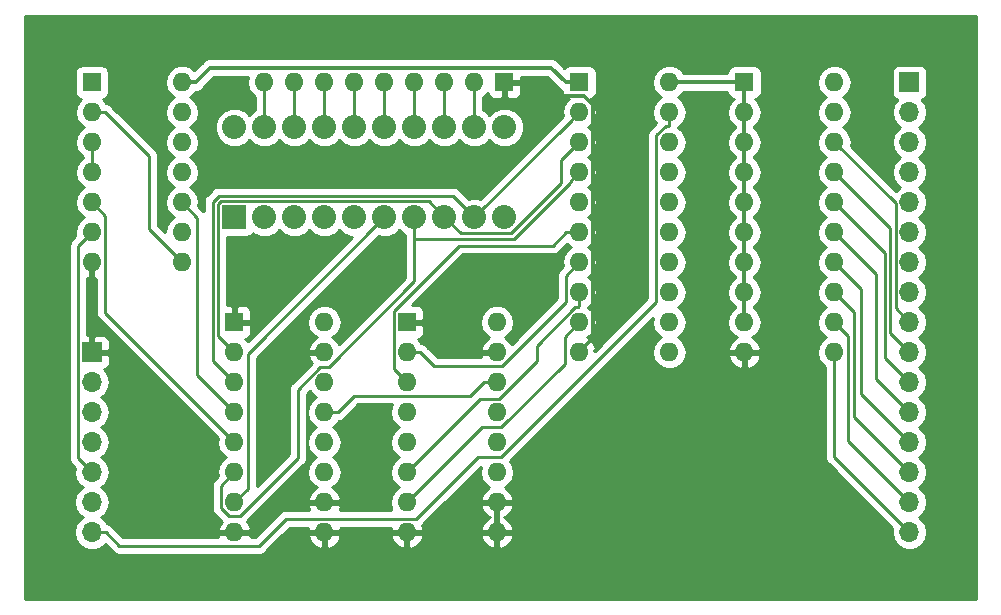
<source format=gbl>
G04 #@! TF.GenerationSoftware,KiCad,Pcbnew,5.0.2+dfsg1-1*
G04 #@! TF.CreationDate,2019-08-02T16:39:56+02:00*
G04 #@! TF.ProjectId,Stack-Pointer,53746163-6b2d-4506-9f69-6e7465722e6b,rev?*
G04 #@! TF.SameCoordinates,Original*
G04 #@! TF.FileFunction,Copper,L2,Bot*
G04 #@! TF.FilePolarity,Positive*
%FSLAX46Y46*%
G04 Gerber Fmt 4.6, Leading zero omitted, Abs format (unit mm)*
G04 Created by KiCad (PCBNEW 5.0.2+dfsg1-1) date vr 02 aug 2019 16:39:56 CEST*
%MOMM*%
%LPD*%
G01*
G04 APERTURE LIST*
G04 #@! TA.AperFunction,ComponentPad*
%ADD10R,1.700000X1.700000*%
G04 #@! TD*
G04 #@! TA.AperFunction,ComponentPad*
%ADD11O,1.700000X1.700000*%
G04 #@! TD*
G04 #@! TA.AperFunction,ComponentPad*
%ADD12O,1.600000X1.600000*%
G04 #@! TD*
G04 #@! TA.AperFunction,ComponentPad*
%ADD13R,1.600000X1.600000*%
G04 #@! TD*
G04 #@! TA.AperFunction,ComponentPad*
%ADD14R,2.032000X2.032000*%
G04 #@! TD*
G04 #@! TA.AperFunction,ComponentPad*
%ADD15C,2.032000*%
G04 #@! TD*
G04 #@! TA.AperFunction,Conductor*
%ADD16C,0.350000*%
G04 #@! TD*
G04 #@! TA.AperFunction,Conductor*
%ADD17C,0.250000*%
G04 #@! TD*
G04 #@! TA.AperFunction,Conductor*
%ADD18C,0.254000*%
G04 #@! TD*
G04 APERTURE END LIST*
D10*
G04 #@! TO.P,J1,1*
G04 #@! TO.N,GND*
X54610000Y-51435000D03*
D11*
G04 #@! TO.P,J1,2*
G04 #@! TO.N,+5V*
X54610000Y-53975000D03*
G04 #@! TO.P,J1,3*
G04 #@! TO.N,CLOCK*
X54610000Y-56515000D03*
G04 #@! TO.P,J1,4*
G04 #@! TO.N,STK_INC*
X54610000Y-59055000D03*
G04 #@! TO.P,J1,5*
G04 #@! TO.N,STK_DEC*
X54610000Y-61595000D03*
G04 #@! TO.P,J1,6*
G04 #@! TO.N,~STK_RESET*
X54610000Y-64135000D03*
G04 #@! TO.P,J1,7*
G04 #@! TO.N,~STK_OUT*
X54610000Y-66675000D03*
G04 #@! TD*
D12*
G04 #@! TO.P,U5,20*
G04 #@! TO.N,+5V*
X117475000Y-28575000D03*
G04 #@! TO.P,U5,10*
G04 #@! TO.N,GND*
X109855000Y-51435000D03*
G04 #@! TO.P,U5,19*
G04 #@! TO.N,~STK_OUT*
X117475000Y-31115000D03*
G04 #@! TO.P,U5,9*
G04 #@! TO.N,+5V*
X109855000Y-48895000D03*
G04 #@! TO.P,U5,18*
G04 #@! TO.N,Net-(J2-Pad9)*
X117475000Y-33655000D03*
G04 #@! TO.P,U5,8*
G04 #@! TO.N,+5V*
X109855000Y-46355000D03*
G04 #@! TO.P,U5,17*
G04 #@! TO.N,Net-(J2-Pad10)*
X117475000Y-36195000D03*
G04 #@! TO.P,U5,7*
G04 #@! TO.N,+5V*
X109855000Y-43815000D03*
G04 #@! TO.P,U5,16*
G04 #@! TO.N,Net-(J2-Pad11)*
X117475000Y-38735000D03*
G04 #@! TO.P,U5,6*
G04 #@! TO.N,+5V*
X109855000Y-41275000D03*
G04 #@! TO.P,U5,15*
G04 #@! TO.N,Net-(J2-Pad12)*
X117475000Y-41275000D03*
G04 #@! TO.P,U5,5*
G04 #@! TO.N,+5V*
X109855000Y-38735000D03*
G04 #@! TO.P,U5,14*
G04 #@! TO.N,Net-(J2-Pad13)*
X117475000Y-43815000D03*
G04 #@! TO.P,U5,4*
G04 #@! TO.N,+5V*
X109855000Y-36195000D03*
G04 #@! TO.P,U5,13*
G04 #@! TO.N,Net-(J2-Pad14)*
X117475000Y-46355000D03*
G04 #@! TO.P,U5,3*
G04 #@! TO.N,+5V*
X109855000Y-33655000D03*
G04 #@! TO.P,U5,12*
G04 #@! TO.N,Net-(J2-Pad15)*
X117475000Y-48895000D03*
G04 #@! TO.P,U5,2*
G04 #@! TO.N,+5V*
X109855000Y-31115000D03*
G04 #@! TO.P,U5,11*
G04 #@! TO.N,Net-(J2-Pad16)*
X117475000Y-51435000D03*
D13*
G04 #@! TO.P,U5,1*
G04 #@! TO.N,+5V*
X109855000Y-28575000D03*
G04 #@! TD*
G04 #@! TO.P,U4,1*
G04 #@! TO.N,+5V*
X95885000Y-28575000D03*
D12*
G04 #@! TO.P,U4,11*
G04 #@! TO.N,Net-(J2-Pad8)*
X103505000Y-51435000D03*
G04 #@! TO.P,U4,2*
G04 #@! TO.N,Net-(BAR1-Pad9)*
X95885000Y-31115000D03*
G04 #@! TO.P,U4,12*
G04 #@! TO.N,Net-(J2-Pad7)*
X103505000Y-48895000D03*
G04 #@! TO.P,U4,3*
G04 #@! TO.N,Net-(BAR1-Pad8)*
X95885000Y-33655000D03*
G04 #@! TO.P,U4,13*
G04 #@! TO.N,Net-(J2-Pad6)*
X103505000Y-46355000D03*
G04 #@! TO.P,U4,4*
G04 #@! TO.N,Net-(BAR1-Pad7)*
X95885000Y-36195000D03*
G04 #@! TO.P,U4,14*
G04 #@! TO.N,Net-(J2-Pad5)*
X103505000Y-43815000D03*
G04 #@! TO.P,U4,5*
G04 #@! TO.N,Net-(BAR1-Pad6)*
X95885000Y-38735000D03*
G04 #@! TO.P,U4,15*
G04 #@! TO.N,Net-(J2-Pad4)*
X103505000Y-41275000D03*
G04 #@! TO.P,U4,6*
G04 #@! TO.N,Net-(BAR1-Pad5)*
X95885000Y-41275000D03*
G04 #@! TO.P,U4,16*
G04 #@! TO.N,Net-(J2-Pad3)*
X103505000Y-38735000D03*
G04 #@! TO.P,U4,7*
G04 #@! TO.N,Net-(BAR1-Pad4)*
X95885000Y-43815000D03*
G04 #@! TO.P,U4,17*
G04 #@! TO.N,Net-(J2-Pad2)*
X103505000Y-36195000D03*
G04 #@! TO.P,U4,8*
G04 #@! TO.N,Net-(BAR1-Pad3)*
X95885000Y-46355000D03*
G04 #@! TO.P,U4,18*
G04 #@! TO.N,Net-(J2-Pad1)*
X103505000Y-33655000D03*
G04 #@! TO.P,U4,9*
G04 #@! TO.N,Net-(BAR1-Pad2)*
X95885000Y-48895000D03*
G04 #@! TO.P,U4,19*
G04 #@! TO.N,~STK_OUT*
X103505000Y-31115000D03*
G04 #@! TO.P,U4,10*
G04 #@! TO.N,GND*
X95885000Y-51435000D03*
G04 #@! TO.P,U4,20*
G04 #@! TO.N,+5V*
X103505000Y-28575000D03*
G04 #@! TD*
D10*
G04 #@! TO.P,J2,1*
G04 #@! TO.N,Net-(J2-Pad1)*
X123825000Y-28575000D03*
D11*
G04 #@! TO.P,J2,2*
G04 #@! TO.N,Net-(J2-Pad2)*
X123825000Y-31115000D03*
G04 #@! TO.P,J2,3*
G04 #@! TO.N,Net-(J2-Pad3)*
X123825000Y-33655000D03*
G04 #@! TO.P,J2,4*
G04 #@! TO.N,Net-(J2-Pad4)*
X123825000Y-36195000D03*
G04 #@! TO.P,J2,5*
G04 #@! TO.N,Net-(J2-Pad5)*
X123825000Y-38735000D03*
G04 #@! TO.P,J2,6*
G04 #@! TO.N,Net-(J2-Pad6)*
X123825000Y-41275000D03*
G04 #@! TO.P,J2,7*
G04 #@! TO.N,Net-(J2-Pad7)*
X123825000Y-43815000D03*
G04 #@! TO.P,J2,8*
G04 #@! TO.N,Net-(J2-Pad8)*
X123825000Y-46355000D03*
G04 #@! TO.P,J2,9*
G04 #@! TO.N,Net-(J2-Pad9)*
X123825000Y-48895000D03*
G04 #@! TO.P,J2,10*
G04 #@! TO.N,Net-(J2-Pad10)*
X123825000Y-51435000D03*
G04 #@! TO.P,J2,11*
G04 #@! TO.N,Net-(J2-Pad11)*
X123825000Y-53975000D03*
G04 #@! TO.P,J2,12*
G04 #@! TO.N,Net-(J2-Pad12)*
X123825000Y-56515000D03*
G04 #@! TO.P,J2,13*
G04 #@! TO.N,Net-(J2-Pad13)*
X123825000Y-59055000D03*
G04 #@! TO.P,J2,14*
G04 #@! TO.N,Net-(J2-Pad14)*
X123825000Y-61595000D03*
G04 #@! TO.P,J2,15*
G04 #@! TO.N,Net-(J2-Pad15)*
X123825000Y-64135000D03*
G04 #@! TO.P,J2,16*
G04 #@! TO.N,Net-(J2-Pad16)*
X123825000Y-66675000D03*
G04 #@! TD*
D14*
G04 #@! TO.P,BAR1,1*
G04 #@! TO.N,Net-(BAR1-Pad1)*
X66675000Y-40005000D03*
D15*
G04 #@! TO.P,BAR1,2*
G04 #@! TO.N,Net-(BAR1-Pad2)*
X69215000Y-40005000D03*
G04 #@! TO.P,BAR1,3*
G04 #@! TO.N,Net-(BAR1-Pad3)*
X71755000Y-40005000D03*
G04 #@! TO.P,BAR1,4*
G04 #@! TO.N,Net-(BAR1-Pad4)*
X74295000Y-40005000D03*
G04 #@! TO.P,BAR1,13*
G04 #@! TO.N,Net-(BAR1-Pad13)*
X84455000Y-32385000D03*
G04 #@! TO.P,BAR1,14*
G04 #@! TO.N,Net-(BAR1-Pad14)*
X81915000Y-32385000D03*
G04 #@! TO.P,BAR1,15*
G04 #@! TO.N,Net-(BAR1-Pad15)*
X79375000Y-32385000D03*
G04 #@! TO.P,BAR1,16*
G04 #@! TO.N,Net-(BAR1-Pad16)*
X76835000Y-32385000D03*
G04 #@! TO.P,BAR1,5*
G04 #@! TO.N,Net-(BAR1-Pad5)*
X76835000Y-40005000D03*
G04 #@! TO.P,BAR1,6*
G04 #@! TO.N,Net-(BAR1-Pad6)*
X79375000Y-40005000D03*
G04 #@! TO.P,BAR1,7*
G04 #@! TO.N,Net-(BAR1-Pad7)*
X81915000Y-40005000D03*
G04 #@! TO.P,BAR1,8*
G04 #@! TO.N,Net-(BAR1-Pad8)*
X84455000Y-40005000D03*
G04 #@! TO.P,BAR1,12*
G04 #@! TO.N,Net-(BAR1-Pad12)*
X86995000Y-32385000D03*
G04 #@! TO.P,BAR1,11*
G04 #@! TO.N,Net-(BAR1-Pad11)*
X89535000Y-32385000D03*
G04 #@! TO.P,BAR1,10*
G04 #@! TO.N,Net-(BAR1-Pad10)*
X89535000Y-40005000D03*
G04 #@! TO.P,BAR1,9*
G04 #@! TO.N,Net-(BAR1-Pad9)*
X86995000Y-40005000D03*
G04 #@! TO.P,BAR1,17*
G04 #@! TO.N,Net-(BAR1-Pad17)*
X74295000Y-32385000D03*
G04 #@! TO.P,BAR1,18*
G04 #@! TO.N,Net-(BAR1-Pad18)*
X71755000Y-32385000D03*
G04 #@! TO.P,BAR1,19*
G04 #@! TO.N,Net-(BAR1-Pad19)*
X69215000Y-32385000D03*
G04 #@! TO.P,BAR1,20*
G04 #@! TO.N,Net-(BAR1-Pad20)*
X66675000Y-32385000D03*
G04 #@! TD*
D13*
G04 #@! TO.P,U1,1*
G04 #@! TO.N,DOWN_~UP*
X54610000Y-28575000D03*
D12*
G04 #@! TO.P,U1,8*
G04 #@! TO.N,STK_INC*
X62230000Y-43815000D03*
G04 #@! TO.P,U1,2*
X54610000Y-31115000D03*
G04 #@! TO.P,U1,9*
G04 #@! TO.N,STK_DEC*
X62230000Y-41275000D03*
G04 #@! TO.P,U1,3*
G04 #@! TO.N,Net-(U1-Pad3)*
X54610000Y-33655000D03*
G04 #@! TO.P,U1,10*
G04 #@! TO.N,~CLK_EN*
X62230000Y-38735000D03*
G04 #@! TO.P,U1,4*
G04 #@! TO.N,Net-(U1-Pad3)*
X54610000Y-36195000D03*
G04 #@! TO.P,U1,11*
G04 #@! TO.N,N/C*
X62230000Y-36195000D03*
G04 #@! TO.P,U1,5*
G04 #@! TO.N,DOWN_~UP*
X54610000Y-38735000D03*
G04 #@! TO.P,U1,12*
G04 #@! TO.N,N/C*
X62230000Y-33655000D03*
G04 #@! TO.P,U1,6*
G04 #@! TO.N,STK_DEC*
X54610000Y-41275000D03*
G04 #@! TO.P,U1,13*
G04 #@! TO.N,N/C*
X62230000Y-31115000D03*
G04 #@! TO.P,U1,7*
G04 #@! TO.N,GND*
X54610000Y-43815000D03*
G04 #@! TO.P,U1,14*
G04 #@! TO.N,+5V*
X62230000Y-28575000D03*
G04 #@! TD*
G04 #@! TO.P,U3,16*
G04 #@! TO.N,+5V*
X88900000Y-48895000D03*
G04 #@! TO.P,U3,8*
G04 #@! TO.N,GND*
X81280000Y-66675000D03*
G04 #@! TO.P,U3,15*
X88900000Y-51435000D03*
G04 #@! TO.P,U3,7*
G04 #@! TO.N,Net-(BAR1-Pad2)*
X81280000Y-64135000D03*
G04 #@! TO.P,U3,14*
G04 #@! TO.N,Net-(U2-Pad13)*
X88900000Y-53975000D03*
G04 #@! TO.P,U3,6*
G04 #@! TO.N,Net-(BAR1-Pad3)*
X81280000Y-61595000D03*
G04 #@! TO.P,U3,13*
G04 #@! TO.N,Net-(U3-Pad13)*
X88900000Y-56515000D03*
G04 #@! TO.P,U3,5*
G04 #@! TO.N,DOWN_~UP*
X81280000Y-59055000D03*
G04 #@! TO.P,U3,12*
G04 #@! TO.N,Net-(U3-Pad12)*
X88900000Y-59055000D03*
G04 #@! TO.P,U3,4*
G04 #@! TO.N,~CLK_EN*
X81280000Y-56515000D03*
G04 #@! TO.P,U3,11*
G04 #@! TO.N,~STK_RESET*
X88900000Y-61595000D03*
G04 #@! TO.P,U3,3*
G04 #@! TO.N,Net-(BAR1-Pad5)*
X81280000Y-53975000D03*
G04 #@! TO.P,U3,10*
G04 #@! TO.N,GND*
X88900000Y-64135000D03*
G04 #@! TO.P,U3,2*
G04 #@! TO.N,Net-(BAR1-Pad4)*
X81280000Y-51435000D03*
G04 #@! TO.P,U3,9*
G04 #@! TO.N,GND*
X88900000Y-66675000D03*
D13*
G04 #@! TO.P,U3,1*
X81280000Y-48895000D03*
G04 #@! TD*
G04 #@! TO.P,U2,1*
G04 #@! TO.N,GND*
X66675000Y-48895000D03*
D12*
G04 #@! TO.P,U2,9*
X74295000Y-66675000D03*
G04 #@! TO.P,U2,2*
G04 #@! TO.N,Net-(BAR1-Pad8)*
X66675000Y-51435000D03*
G04 #@! TO.P,U2,10*
G04 #@! TO.N,GND*
X74295000Y-64135000D03*
G04 #@! TO.P,U2,3*
G04 #@! TO.N,Net-(BAR1-Pad9)*
X66675000Y-53975000D03*
G04 #@! TO.P,U2,11*
G04 #@! TO.N,~STK_RESET*
X74295000Y-61595000D03*
G04 #@! TO.P,U2,4*
G04 #@! TO.N,~CLK_EN*
X66675000Y-56515000D03*
G04 #@! TO.P,U2,12*
G04 #@! TO.N,Net-(U2-Pad12)*
X74295000Y-59055000D03*
G04 #@! TO.P,U2,5*
G04 #@! TO.N,DOWN_~UP*
X66675000Y-59055000D03*
G04 #@! TO.P,U2,13*
G04 #@! TO.N,Net-(U2-Pad13)*
X74295000Y-56515000D03*
G04 #@! TO.P,U2,6*
G04 #@! TO.N,Net-(BAR1-Pad7)*
X66675000Y-61595000D03*
G04 #@! TO.P,U2,14*
G04 #@! TO.N,CLOCK*
X74295000Y-53975000D03*
G04 #@! TO.P,U2,7*
G04 #@! TO.N,Net-(BAR1-Pad6)*
X66675000Y-64135000D03*
G04 #@! TO.P,U2,15*
G04 #@! TO.N,GND*
X74295000Y-51435000D03*
G04 #@! TO.P,U2,8*
X66675000Y-66675000D03*
G04 #@! TO.P,U2,16*
G04 #@! TO.N,+5V*
X74295000Y-48895000D03*
G04 #@! TD*
D13*
G04 #@! TO.P,RN1,1*
G04 #@! TO.N,GND*
X89535000Y-28575000D03*
D12*
G04 #@! TO.P,RN1,2*
G04 #@! TO.N,Net-(BAR1-Pad12)*
X86995000Y-28575000D03*
G04 #@! TO.P,RN1,3*
G04 #@! TO.N,Net-(BAR1-Pad13)*
X84455000Y-28575000D03*
G04 #@! TO.P,RN1,4*
G04 #@! TO.N,Net-(BAR1-Pad14)*
X81915000Y-28575000D03*
G04 #@! TO.P,RN1,5*
G04 #@! TO.N,Net-(BAR1-Pad15)*
X79375000Y-28575000D03*
G04 #@! TO.P,RN1,6*
G04 #@! TO.N,Net-(BAR1-Pad16)*
X76835000Y-28575000D03*
G04 #@! TO.P,RN1,7*
G04 #@! TO.N,Net-(BAR1-Pad17)*
X74295000Y-28575000D03*
G04 #@! TO.P,RN1,8*
G04 #@! TO.N,Net-(BAR1-Pad18)*
X71755000Y-28575000D03*
G04 #@! TO.P,RN1,9*
G04 #@! TO.N,Net-(BAR1-Pad19)*
X69215000Y-28575000D03*
G04 #@! TD*
D16*
G04 #@! TO.N,GND*
X88900000Y-51435000D02*
X87724700Y-51435000D01*
X87724700Y-51435000D02*
X85184700Y-48895000D01*
X85184700Y-48895000D02*
X81280000Y-48895000D01*
X88900000Y-66675000D02*
X88900000Y-64135000D01*
X90710300Y-28575000D02*
X89535000Y-28575000D01*
X95885000Y-51435000D02*
X97060400Y-50259600D01*
X97060400Y-50259600D02*
X97060400Y-30544100D01*
X97060400Y-30544100D02*
X96266600Y-29750300D01*
X96266600Y-29750300D02*
X91885600Y-29750300D01*
X91885600Y-29750300D02*
X90710300Y-28575000D01*
D17*
G04 #@! TO.N,Net-(BAR1-Pad12)*
X86995000Y-28575000D02*
X86995000Y-32385000D01*
G04 #@! TO.N,Net-(BAR1-Pad13)*
X84455000Y-28575000D02*
X84455000Y-32385000D01*
G04 #@! TO.N,Net-(BAR1-Pad14)*
X81915000Y-28575000D02*
X81915000Y-32385000D01*
G04 #@! TO.N,Net-(BAR1-Pad15)*
X79375000Y-28575000D02*
X79375000Y-32385000D01*
G04 #@! TO.N,Net-(BAR1-Pad16)*
X76835000Y-28575000D02*
X76835000Y-32385000D01*
G04 #@! TO.N,Net-(BAR1-Pad17)*
X74295000Y-28575000D02*
X74295000Y-32385000D01*
G04 #@! TO.N,Net-(BAR1-Pad18)*
X71755000Y-28575000D02*
X71755000Y-32385000D01*
G04 #@! TO.N,Net-(BAR1-Pad19)*
X69215000Y-28575000D02*
X69215000Y-32385000D01*
G04 #@! TO.N,Net-(BAR1-Pad8)*
X85828900Y-41378900D02*
X84455000Y-40005000D01*
X90079400Y-41378900D02*
X85828900Y-41378900D01*
X94361000Y-37097300D02*
X90079400Y-41378900D01*
X94361000Y-35179000D02*
X94361000Y-37097300D01*
X95885000Y-33655000D02*
X94361000Y-35179000D01*
X83112800Y-38662800D02*
X84455000Y-40005000D01*
X65312400Y-38867500D02*
X65517100Y-38662800D01*
X65312400Y-50072400D02*
X65312400Y-38867500D01*
X65517100Y-38662800D02*
X83112800Y-38662800D01*
X66675000Y-51435000D02*
X65312400Y-50072400D01*
G04 #@! TO.N,Net-(BAR1-Pad9)*
X95085001Y-31914999D02*
X86995000Y-40005000D01*
X95885000Y-31115000D02*
X95085001Y-31914999D01*
X85174200Y-38184200D02*
X86995000Y-40005000D01*
X65343800Y-38184200D02*
X85174200Y-38184200D01*
X64853200Y-52153200D02*
X64853200Y-38674800D01*
X64853200Y-38674800D02*
X65343800Y-38184200D01*
X66675000Y-53975000D02*
X64853200Y-52153200D01*
G04 #@! TO.N,~CLK_EN*
X63542000Y-40047000D02*
X62230000Y-38735000D01*
X63542000Y-53382000D02*
X63542000Y-40047000D01*
X66675000Y-56515000D02*
X63542000Y-53382000D01*
G04 #@! TO.N,DOWN_~UP*
X55735300Y-39860300D02*
X54610000Y-38735000D01*
X55735300Y-48115300D02*
X55735300Y-39860300D01*
X66675000Y-59055000D02*
X55735300Y-48115300D01*
G04 #@! TO.N,Net-(U2-Pad13)*
X88900000Y-53975000D02*
X87774700Y-53975000D01*
X74295000Y-56515000D02*
X75420300Y-56515000D01*
X75420300Y-56515000D02*
X76835000Y-55100300D01*
X76835000Y-55100300D02*
X86649400Y-55100300D01*
X86649400Y-55100300D02*
X87774700Y-53975000D01*
G04 #@! TO.N,Net-(BAR1-Pad7)*
X81915000Y-41830700D02*
X81915000Y-40005000D01*
X66675000Y-61595000D02*
X65510200Y-62759800D01*
X65510200Y-62759800D02*
X65510200Y-64618600D01*
X65510200Y-64618600D02*
X66212100Y-65320500D01*
X66212100Y-65320500D02*
X67104700Y-65320500D01*
X67104700Y-65320500D02*
X72026000Y-60399200D01*
X72026000Y-60399200D02*
X72026000Y-54616900D01*
X72026000Y-54616900D02*
X73937900Y-52705000D01*
X73937900Y-52705000D02*
X74654400Y-52705000D01*
X74654400Y-52705000D02*
X81915000Y-45444400D01*
X81915000Y-45444400D02*
X81915000Y-41830700D01*
X90341800Y-41830700D02*
X81915000Y-41830700D01*
X95085001Y-37087499D02*
X90341800Y-41830700D01*
X95085001Y-36994999D02*
X95085001Y-37087499D01*
X95885000Y-36195000D02*
X95085001Y-36994999D01*
G04 #@! TO.N,Net-(BAR1-Pad6)*
X67800300Y-51579700D02*
X79375000Y-40005000D01*
X67800300Y-63009700D02*
X67800300Y-51579700D01*
X66675000Y-64135000D02*
X67800300Y-63009700D01*
D16*
G04 #@! TO.N,+5V*
X109855000Y-28575000D02*
X104680300Y-28575000D01*
X103505000Y-28575000D02*
X104680300Y-28575000D01*
X109855000Y-28575000D02*
X109855000Y-31115000D01*
X62230000Y-28575000D02*
X63405300Y-28575000D01*
X95885000Y-28575000D02*
X94709700Y-28575000D01*
X94709700Y-28575000D02*
X93499500Y-27364800D01*
X93499500Y-27364800D02*
X64615500Y-27364800D01*
X64615500Y-27364800D02*
X63405300Y-28575000D01*
X109855000Y-46355000D02*
X109855000Y-48895000D01*
X109855000Y-43815000D02*
X109855000Y-46355000D01*
X109855000Y-41275000D02*
X109855000Y-43815000D01*
X109855000Y-38735000D02*
X109855000Y-41275000D01*
X109855000Y-36195000D02*
X109855000Y-38735000D01*
X109855000Y-33655000D02*
X109855000Y-36195000D01*
X109855000Y-31115000D02*
X109855000Y-33655000D01*
D17*
G04 #@! TO.N,Net-(BAR1-Pad2)*
X94622500Y-50157500D02*
X95885000Y-48895000D01*
X94622500Y-52399200D02*
X94622500Y-50157500D01*
X87630000Y-57785000D02*
X89236700Y-57785000D01*
X89236700Y-57785000D02*
X94622500Y-52399200D01*
X81280000Y-64135000D02*
X87630000Y-57785000D01*
G04 #@! TO.N,Net-(BAR1-Pad3)*
X95885000Y-47486370D02*
X95885000Y-46355000D01*
X95735170Y-47636200D02*
X95885000Y-47486370D01*
X95504000Y-47636200D02*
X95735170Y-47636200D01*
X81280000Y-61595000D02*
X87485400Y-55389600D01*
X87485400Y-55389600D02*
X89077000Y-55389600D01*
X89077000Y-55389600D02*
X92252900Y-52213700D01*
X92252900Y-52213700D02*
X92252900Y-50887300D01*
X92252900Y-50887300D02*
X95504000Y-47636200D01*
G04 #@! TO.N,Net-(BAR1-Pad5)*
X94759700Y-41275000D02*
X95885000Y-41275000D01*
X81280000Y-53975000D02*
X80154600Y-52849600D01*
X80154600Y-47944100D02*
X85698400Y-42400300D01*
X80154600Y-52849600D02*
X80154600Y-47944100D01*
X93634400Y-42400300D02*
X94759700Y-41275000D01*
X85698400Y-42400300D02*
X93634400Y-42400300D01*
G04 #@! TO.N,Net-(BAR1-Pad4)*
X82405300Y-51435000D02*
X81280000Y-51435000D01*
X95885000Y-43815000D02*
X94759700Y-44940300D01*
X94759700Y-44940300D02*
X94759700Y-47176900D01*
X83554700Y-52584400D02*
X82405300Y-51435000D01*
X94759700Y-47176900D02*
X89352200Y-52584400D01*
X89352200Y-52584400D02*
X83554700Y-52584400D01*
G04 #@! TO.N,STK_INC*
X55741370Y-31115000D02*
X54610000Y-31115000D01*
X59436000Y-34809630D02*
X55741370Y-31115000D01*
X59436000Y-41021000D02*
X59436000Y-34809630D01*
X62230000Y-43815000D02*
X59436000Y-41021000D01*
G04 #@! TO.N,STK_DEC*
X53434700Y-42450300D02*
X54610000Y-41275000D01*
X53434700Y-60419700D02*
X53434700Y-42450300D01*
X54610000Y-61595000D02*
X53434700Y-60419700D01*
G04 #@! TO.N,Net-(U1-Pad3)*
X54610000Y-36195000D02*
X54610000Y-33655000D01*
G04 #@! TO.N,~STK_OUT*
X54610000Y-66675000D02*
X55785300Y-66675000D01*
X103505000Y-31115000D02*
X103505000Y-32240300D01*
X103505000Y-32240300D02*
X103223600Y-32240300D01*
X103223600Y-32240300D02*
X102379700Y-33084200D01*
X102379700Y-33084200D02*
X102379700Y-47196500D01*
X102379700Y-47196500D02*
X89251200Y-60325000D01*
X89251200Y-60325000D02*
X87258100Y-60325000D01*
X87258100Y-60325000D02*
X82065600Y-65517500D01*
X82065600Y-65517500D02*
X71048300Y-65517500D01*
X71048300Y-65517500D02*
X68764200Y-67801600D01*
X68764200Y-67801600D02*
X56911900Y-67801600D01*
X56911900Y-67801600D02*
X55785300Y-66675000D01*
G04 #@! TO.N,Net-(J2-Pad9)*
X122649700Y-47719700D02*
X122649700Y-38829700D01*
X122649700Y-38829700D02*
X117475000Y-33655000D01*
X123825000Y-48895000D02*
X122649700Y-47719700D01*
G04 #@! TO.N,Net-(J2-Pad10)*
X122199400Y-40919400D02*
X117475000Y-36195000D01*
X122199400Y-49809400D02*
X122199400Y-40919400D01*
X123825000Y-51435000D02*
X122199400Y-49809400D01*
G04 #@! TO.N,Net-(J2-Pad11)*
X121749000Y-43009000D02*
X117475000Y-38735000D01*
X121749000Y-51899000D02*
X121749000Y-43009000D01*
X123825000Y-53975000D02*
X121749000Y-51899000D01*
G04 #@! TO.N,Net-(J2-Pad12)*
X120975700Y-44775700D02*
X117475000Y-41275000D01*
X120975700Y-53665700D02*
X120975700Y-44775700D01*
X123825000Y-56515000D02*
X120975700Y-53665700D01*
G04 #@! TO.N,Net-(J2-Pad13)*
X119722200Y-46062200D02*
X117475000Y-43815000D01*
X119722200Y-54952200D02*
X119722200Y-46062200D01*
X123825000Y-59055000D02*
X119722200Y-54952200D01*
G04 #@! TO.N,Net-(J2-Pad14)*
X119170300Y-56940300D02*
X119170300Y-48050300D01*
X119170300Y-48050300D02*
X117475000Y-46355000D01*
X123825000Y-61595000D02*
X119170300Y-56940300D01*
G04 #@! TO.N,Net-(J2-Pad15)*
X118600300Y-58910300D02*
X118600300Y-50020300D01*
X118600300Y-50020300D02*
X117475000Y-48895000D01*
X123825000Y-64135000D02*
X118600300Y-58910300D01*
G04 #@! TO.N,Net-(J2-Pad16)*
X117475000Y-60325000D02*
X117475000Y-58801000D01*
X123825000Y-66675000D02*
X117475000Y-60325000D01*
X117475000Y-58801000D02*
X117475000Y-51435000D01*
G04 #@! TD*
D18*
G04 #@! TO.N,GND*
G36*
X129465001Y-72315000D02*
X48970000Y-72315000D01*
X48970000Y-42450300D01*
X52659812Y-42450300D01*
X52674701Y-42525152D01*
X52674700Y-60344853D01*
X52659812Y-60419700D01*
X52674700Y-60494547D01*
X52674700Y-60494551D01*
X52718796Y-60716236D01*
X52886771Y-60967629D01*
X52950230Y-61010031D01*
X53168791Y-61228592D01*
X53095908Y-61595000D01*
X53211161Y-62174418D01*
X53539375Y-62665625D01*
X53837761Y-62865000D01*
X53539375Y-63064375D01*
X53211161Y-63555582D01*
X53095908Y-64135000D01*
X53211161Y-64714418D01*
X53539375Y-65205625D01*
X53837761Y-65405000D01*
X53539375Y-65604375D01*
X53211161Y-66095582D01*
X53095908Y-66675000D01*
X53211161Y-67254418D01*
X53539375Y-67745625D01*
X54030582Y-68073839D01*
X54463744Y-68160000D01*
X54756256Y-68160000D01*
X55189418Y-68073839D01*
X55680625Y-67745625D01*
X55720879Y-67685381D01*
X56321571Y-68286073D01*
X56363971Y-68349529D01*
X56615363Y-68517504D01*
X56837048Y-68561600D01*
X56837053Y-68561600D01*
X56911900Y-68576488D01*
X56986747Y-68561600D01*
X68689353Y-68561600D01*
X68764200Y-68576488D01*
X68839047Y-68561600D01*
X68839052Y-68561600D01*
X69060737Y-68517504D01*
X69312129Y-68349529D01*
X69354531Y-68286070D01*
X70616562Y-67024039D01*
X72903096Y-67024039D01*
X73063959Y-67412423D01*
X73439866Y-67827389D01*
X73945959Y-68066914D01*
X74168000Y-67945629D01*
X74168000Y-66802000D01*
X74422000Y-66802000D01*
X74422000Y-67945629D01*
X74644041Y-68066914D01*
X75150134Y-67827389D01*
X75526041Y-67412423D01*
X75686904Y-67024039D01*
X79888096Y-67024039D01*
X80048959Y-67412423D01*
X80424866Y-67827389D01*
X80930959Y-68066914D01*
X81153000Y-67945629D01*
X81153000Y-66802000D01*
X81407000Y-66802000D01*
X81407000Y-67945629D01*
X81629041Y-68066914D01*
X82135134Y-67827389D01*
X82511041Y-67412423D01*
X82671904Y-67024039D01*
X87508096Y-67024039D01*
X87668959Y-67412423D01*
X88044866Y-67827389D01*
X88550959Y-68066914D01*
X88773000Y-67945629D01*
X88773000Y-66802000D01*
X89027000Y-66802000D01*
X89027000Y-67945629D01*
X89249041Y-68066914D01*
X89755134Y-67827389D01*
X90131041Y-67412423D01*
X90291904Y-67024039D01*
X90169915Y-66802000D01*
X89027000Y-66802000D01*
X88773000Y-66802000D01*
X87630085Y-66802000D01*
X87508096Y-67024039D01*
X82671904Y-67024039D01*
X82549915Y-66802000D01*
X81407000Y-66802000D01*
X81153000Y-66802000D01*
X80010085Y-66802000D01*
X79888096Y-67024039D01*
X75686904Y-67024039D01*
X75564915Y-66802000D01*
X74422000Y-66802000D01*
X74168000Y-66802000D01*
X73025085Y-66802000D01*
X72903096Y-67024039D01*
X70616562Y-67024039D01*
X71363102Y-66277500D01*
X72923168Y-66277500D01*
X72903096Y-66325961D01*
X73025085Y-66548000D01*
X74168000Y-66548000D01*
X74168000Y-66528000D01*
X74422000Y-66528000D01*
X74422000Y-66548000D01*
X75564915Y-66548000D01*
X75686904Y-66325961D01*
X75666832Y-66277500D01*
X79908168Y-66277500D01*
X79888096Y-66325961D01*
X80010085Y-66548000D01*
X81153000Y-66548000D01*
X81153000Y-66528000D01*
X81407000Y-66528000D01*
X81407000Y-66548000D01*
X82549915Y-66548000D01*
X82671904Y-66325961D01*
X82574732Y-66091352D01*
X82613529Y-66065429D01*
X82655931Y-66001970D01*
X84173862Y-64484039D01*
X87508096Y-64484039D01*
X87668959Y-64872423D01*
X88044866Y-65287389D01*
X88293367Y-65405000D01*
X88044866Y-65522611D01*
X87668959Y-65937577D01*
X87508096Y-66325961D01*
X87630085Y-66548000D01*
X88773000Y-66548000D01*
X88773000Y-64262000D01*
X89027000Y-64262000D01*
X89027000Y-66548000D01*
X90169915Y-66548000D01*
X90291904Y-66325961D01*
X90131041Y-65937577D01*
X89755134Y-65522611D01*
X89506633Y-65405000D01*
X89755134Y-65287389D01*
X90131041Y-64872423D01*
X90291904Y-64484039D01*
X90169915Y-64262000D01*
X89027000Y-64262000D01*
X88773000Y-64262000D01*
X87630085Y-64262000D01*
X87508096Y-64484039D01*
X84173862Y-64484039D01*
X87529749Y-61128153D01*
X87436887Y-61595000D01*
X87548260Y-62154909D01*
X87865423Y-62629577D01*
X88249108Y-62885947D01*
X88044866Y-62982611D01*
X87668959Y-63397577D01*
X87508096Y-63785961D01*
X87630085Y-64008000D01*
X88773000Y-64008000D01*
X88773000Y-63988000D01*
X89027000Y-63988000D01*
X89027000Y-64008000D01*
X90169915Y-64008000D01*
X90291904Y-63785961D01*
X90131041Y-63397577D01*
X89755134Y-62982611D01*
X89550892Y-62885947D01*
X89934577Y-62629577D01*
X90251740Y-62154909D01*
X90363113Y-61595000D01*
X90251740Y-61035091D01*
X89997062Y-60653939D01*
X102112873Y-48538129D01*
X102041887Y-48895000D01*
X102153260Y-49454909D01*
X102470423Y-49929577D01*
X102822758Y-50165000D01*
X102470423Y-50400423D01*
X102153260Y-50875091D01*
X102041887Y-51435000D01*
X102153260Y-51994909D01*
X102470423Y-52469577D01*
X102945091Y-52786740D01*
X103363667Y-52870000D01*
X103646333Y-52870000D01*
X104064909Y-52786740D01*
X104539577Y-52469577D01*
X104856740Y-51994909D01*
X104898684Y-51784039D01*
X108463096Y-51784039D01*
X108623959Y-52172423D01*
X108999866Y-52587389D01*
X109505959Y-52826914D01*
X109728000Y-52705629D01*
X109728000Y-51562000D01*
X109982000Y-51562000D01*
X109982000Y-52705629D01*
X110204041Y-52826914D01*
X110710134Y-52587389D01*
X111086041Y-52172423D01*
X111246904Y-51784039D01*
X111124915Y-51562000D01*
X109982000Y-51562000D01*
X109728000Y-51562000D01*
X108585085Y-51562000D01*
X108463096Y-51784039D01*
X104898684Y-51784039D01*
X104968113Y-51435000D01*
X104856740Y-50875091D01*
X104539577Y-50400423D01*
X104187242Y-50165000D01*
X104539577Y-49929577D01*
X104856740Y-49454909D01*
X104968113Y-48895000D01*
X104856740Y-48335091D01*
X104539577Y-47860423D01*
X104187242Y-47625000D01*
X104539577Y-47389577D01*
X104856740Y-46914909D01*
X104968113Y-46355000D01*
X104856740Y-45795091D01*
X104539577Y-45320423D01*
X104187242Y-45085000D01*
X104539577Y-44849577D01*
X104856740Y-44374909D01*
X104968113Y-43815000D01*
X104856740Y-43255091D01*
X104539577Y-42780423D01*
X104187242Y-42545000D01*
X104539577Y-42309577D01*
X104856740Y-41834909D01*
X104968113Y-41275000D01*
X104856740Y-40715091D01*
X104539577Y-40240423D01*
X104187242Y-40005000D01*
X104539577Y-39769577D01*
X104856740Y-39294909D01*
X104968113Y-38735000D01*
X104856740Y-38175091D01*
X104539577Y-37700423D01*
X104187242Y-37465000D01*
X104539577Y-37229577D01*
X104856740Y-36754909D01*
X104968113Y-36195000D01*
X104856740Y-35635091D01*
X104539577Y-35160423D01*
X104187242Y-34925000D01*
X104539577Y-34689577D01*
X104856740Y-34214909D01*
X104968113Y-33655000D01*
X104856740Y-33095091D01*
X104539577Y-32620423D01*
X104243614Y-32422667D01*
X104260896Y-32335786D01*
X104539577Y-32149577D01*
X104856740Y-31674909D01*
X104968113Y-31115000D01*
X104856740Y-30555091D01*
X104539577Y-30080423D01*
X104187242Y-29845000D01*
X104539577Y-29609577D01*
X104689635Y-29385000D01*
X108409549Y-29385000D01*
X108456843Y-29622765D01*
X108597191Y-29832809D01*
X108807235Y-29973157D01*
X108941106Y-29999785D01*
X108820423Y-30080423D01*
X108503260Y-30555091D01*
X108391887Y-31115000D01*
X108503260Y-31674909D01*
X108820423Y-32149577D01*
X109045000Y-32299635D01*
X109045001Y-32470365D01*
X108820423Y-32620423D01*
X108503260Y-33095091D01*
X108391887Y-33655000D01*
X108503260Y-34214909D01*
X108820423Y-34689577D01*
X109045000Y-34839635D01*
X109045001Y-35010365D01*
X108820423Y-35160423D01*
X108503260Y-35635091D01*
X108391887Y-36195000D01*
X108503260Y-36754909D01*
X108820423Y-37229577D01*
X109045000Y-37379635D01*
X109045001Y-37550365D01*
X108820423Y-37700423D01*
X108503260Y-38175091D01*
X108391887Y-38735000D01*
X108503260Y-39294909D01*
X108820423Y-39769577D01*
X109045000Y-39919635D01*
X109045001Y-40090365D01*
X108820423Y-40240423D01*
X108503260Y-40715091D01*
X108391887Y-41275000D01*
X108503260Y-41834909D01*
X108820423Y-42309577D01*
X109045000Y-42459635D01*
X109045001Y-42630365D01*
X108820423Y-42780423D01*
X108503260Y-43255091D01*
X108391887Y-43815000D01*
X108503260Y-44374909D01*
X108820423Y-44849577D01*
X109045000Y-44999635D01*
X109045001Y-45170365D01*
X108820423Y-45320423D01*
X108503260Y-45795091D01*
X108391887Y-46355000D01*
X108503260Y-46914909D01*
X108820423Y-47389577D01*
X109045000Y-47539635D01*
X109045001Y-47710365D01*
X108820423Y-47860423D01*
X108503260Y-48335091D01*
X108391887Y-48895000D01*
X108503260Y-49454909D01*
X108820423Y-49929577D01*
X109204108Y-50185947D01*
X108999866Y-50282611D01*
X108623959Y-50697577D01*
X108463096Y-51085961D01*
X108585085Y-51308000D01*
X109728000Y-51308000D01*
X109728000Y-51288000D01*
X109982000Y-51288000D01*
X109982000Y-51308000D01*
X111124915Y-51308000D01*
X111246904Y-51085961D01*
X111086041Y-50697577D01*
X110710134Y-50282611D01*
X110505892Y-50185947D01*
X110889577Y-49929577D01*
X111206740Y-49454909D01*
X111318113Y-48895000D01*
X111206740Y-48335091D01*
X110889577Y-47860423D01*
X110665000Y-47710365D01*
X110665000Y-47539635D01*
X110889577Y-47389577D01*
X111206740Y-46914909D01*
X111318113Y-46355000D01*
X111206740Y-45795091D01*
X110889577Y-45320423D01*
X110665000Y-45170365D01*
X110665000Y-44999635D01*
X110889577Y-44849577D01*
X111206740Y-44374909D01*
X111318113Y-43815000D01*
X111206740Y-43255091D01*
X110889577Y-42780423D01*
X110665000Y-42630365D01*
X110665000Y-42459635D01*
X110889577Y-42309577D01*
X111206740Y-41834909D01*
X111318113Y-41275000D01*
X111206740Y-40715091D01*
X110889577Y-40240423D01*
X110665000Y-40090365D01*
X110665000Y-39919635D01*
X110889577Y-39769577D01*
X111206740Y-39294909D01*
X111318113Y-38735000D01*
X111206740Y-38175091D01*
X110889577Y-37700423D01*
X110665000Y-37550365D01*
X110665000Y-37379635D01*
X110889577Y-37229577D01*
X111206740Y-36754909D01*
X111318113Y-36195000D01*
X111206740Y-35635091D01*
X110889577Y-35160423D01*
X110665000Y-35010365D01*
X110665000Y-34839635D01*
X110889577Y-34689577D01*
X111206740Y-34214909D01*
X111318113Y-33655000D01*
X111206740Y-33095091D01*
X110889577Y-32620423D01*
X110665000Y-32470365D01*
X110665000Y-32299635D01*
X110889577Y-32149577D01*
X111206740Y-31674909D01*
X111318113Y-31115000D01*
X111206740Y-30555091D01*
X110889577Y-30080423D01*
X110768894Y-29999785D01*
X110902765Y-29973157D01*
X111112809Y-29832809D01*
X111253157Y-29622765D01*
X111302440Y-29375000D01*
X111302440Y-28575000D01*
X116011887Y-28575000D01*
X116123260Y-29134909D01*
X116440423Y-29609577D01*
X116792758Y-29845000D01*
X116440423Y-30080423D01*
X116123260Y-30555091D01*
X116011887Y-31115000D01*
X116123260Y-31674909D01*
X116440423Y-32149577D01*
X116792758Y-32385000D01*
X116440423Y-32620423D01*
X116123260Y-33095091D01*
X116011887Y-33655000D01*
X116123260Y-34214909D01*
X116440423Y-34689577D01*
X116792758Y-34925000D01*
X116440423Y-35160423D01*
X116123260Y-35635091D01*
X116011887Y-36195000D01*
X116123260Y-36754909D01*
X116440423Y-37229577D01*
X116792758Y-37465000D01*
X116440423Y-37700423D01*
X116123260Y-38175091D01*
X116011887Y-38735000D01*
X116123260Y-39294909D01*
X116440423Y-39769577D01*
X116792758Y-40005000D01*
X116440423Y-40240423D01*
X116123260Y-40715091D01*
X116011887Y-41275000D01*
X116123260Y-41834909D01*
X116440423Y-42309577D01*
X116792758Y-42545000D01*
X116440423Y-42780423D01*
X116123260Y-43255091D01*
X116011887Y-43815000D01*
X116123260Y-44374909D01*
X116440423Y-44849577D01*
X116792758Y-45085000D01*
X116440423Y-45320423D01*
X116123260Y-45795091D01*
X116011887Y-46355000D01*
X116123260Y-46914909D01*
X116440423Y-47389577D01*
X116792758Y-47625000D01*
X116440423Y-47860423D01*
X116123260Y-48335091D01*
X116011887Y-48895000D01*
X116123260Y-49454909D01*
X116440423Y-49929577D01*
X116792758Y-50165000D01*
X116440423Y-50400423D01*
X116123260Y-50875091D01*
X116011887Y-51435000D01*
X116123260Y-51994909D01*
X116440423Y-52469577D01*
X116715001Y-52653044D01*
X116715000Y-58875851D01*
X116715001Y-58875856D01*
X116715000Y-60250153D01*
X116700112Y-60325000D01*
X116715000Y-60399847D01*
X116715000Y-60399851D01*
X116759096Y-60621536D01*
X116927071Y-60872929D01*
X116990530Y-60915331D01*
X122383791Y-66308593D01*
X122310908Y-66675000D01*
X122426161Y-67254418D01*
X122754375Y-67745625D01*
X123245582Y-68073839D01*
X123678744Y-68160000D01*
X123971256Y-68160000D01*
X124404418Y-68073839D01*
X124895625Y-67745625D01*
X125223839Y-67254418D01*
X125339092Y-66675000D01*
X125223839Y-66095582D01*
X124895625Y-65604375D01*
X124597239Y-65405000D01*
X124895625Y-65205625D01*
X125223839Y-64714418D01*
X125339092Y-64135000D01*
X125223839Y-63555582D01*
X124895625Y-63064375D01*
X124597239Y-62865000D01*
X124895625Y-62665625D01*
X125223839Y-62174418D01*
X125339092Y-61595000D01*
X125223839Y-61015582D01*
X124895625Y-60524375D01*
X124597239Y-60325000D01*
X124895625Y-60125625D01*
X125223839Y-59634418D01*
X125339092Y-59055000D01*
X125223839Y-58475582D01*
X124895625Y-57984375D01*
X124597239Y-57785000D01*
X124895625Y-57585625D01*
X125223839Y-57094418D01*
X125339092Y-56515000D01*
X125223839Y-55935582D01*
X124895625Y-55444375D01*
X124597239Y-55245000D01*
X124895625Y-55045625D01*
X125223839Y-54554418D01*
X125339092Y-53975000D01*
X125223839Y-53395582D01*
X124895625Y-52904375D01*
X124597239Y-52705000D01*
X124895625Y-52505625D01*
X125223839Y-52014418D01*
X125339092Y-51435000D01*
X125223839Y-50855582D01*
X124895625Y-50364375D01*
X124597239Y-50165000D01*
X124895625Y-49965625D01*
X125223839Y-49474418D01*
X125339092Y-48895000D01*
X125223839Y-48315582D01*
X124895625Y-47824375D01*
X124597239Y-47625000D01*
X124895625Y-47425625D01*
X125223839Y-46934418D01*
X125339092Y-46355000D01*
X125223839Y-45775582D01*
X124895625Y-45284375D01*
X124597239Y-45085000D01*
X124895625Y-44885625D01*
X125223839Y-44394418D01*
X125339092Y-43815000D01*
X125223839Y-43235582D01*
X124895625Y-42744375D01*
X124597239Y-42545000D01*
X124895625Y-42345625D01*
X125223839Y-41854418D01*
X125339092Y-41275000D01*
X125223839Y-40695582D01*
X124895625Y-40204375D01*
X124597239Y-40005000D01*
X124895625Y-39805625D01*
X125223839Y-39314418D01*
X125339092Y-38735000D01*
X125223839Y-38155582D01*
X124895625Y-37664375D01*
X124597239Y-37465000D01*
X124895625Y-37265625D01*
X125223839Y-36774418D01*
X125339092Y-36195000D01*
X125223839Y-35615582D01*
X124895625Y-35124375D01*
X124597239Y-34925000D01*
X124895625Y-34725625D01*
X125223839Y-34234418D01*
X125339092Y-33655000D01*
X125223839Y-33075582D01*
X124895625Y-32584375D01*
X124597239Y-32385000D01*
X124895625Y-32185625D01*
X125223839Y-31694418D01*
X125339092Y-31115000D01*
X125223839Y-30535582D01*
X124895625Y-30044375D01*
X124877381Y-30032184D01*
X124922765Y-30023157D01*
X125132809Y-29882809D01*
X125273157Y-29672765D01*
X125322440Y-29425000D01*
X125322440Y-27725000D01*
X125273157Y-27477235D01*
X125132809Y-27267191D01*
X124922765Y-27126843D01*
X124675000Y-27077560D01*
X122975000Y-27077560D01*
X122727235Y-27126843D01*
X122517191Y-27267191D01*
X122376843Y-27477235D01*
X122327560Y-27725000D01*
X122327560Y-29425000D01*
X122376843Y-29672765D01*
X122517191Y-29882809D01*
X122727235Y-30023157D01*
X122772619Y-30032184D01*
X122754375Y-30044375D01*
X122426161Y-30535582D01*
X122310908Y-31115000D01*
X122426161Y-31694418D01*
X122754375Y-32185625D01*
X123052761Y-32385000D01*
X122754375Y-32584375D01*
X122426161Y-33075582D01*
X122310908Y-33655000D01*
X122426161Y-34234418D01*
X122754375Y-34725625D01*
X123052761Y-34925000D01*
X122754375Y-35124375D01*
X122426161Y-35615582D01*
X122310908Y-36195000D01*
X122426161Y-36774418D01*
X122754375Y-37265625D01*
X123052761Y-37465000D01*
X122754375Y-37664375D01*
X122676190Y-37781388D01*
X118873688Y-33978887D01*
X118938113Y-33655000D01*
X118826740Y-33095091D01*
X118509577Y-32620423D01*
X118157242Y-32385000D01*
X118509577Y-32149577D01*
X118826740Y-31674909D01*
X118938113Y-31115000D01*
X118826740Y-30555091D01*
X118509577Y-30080423D01*
X118157242Y-29845000D01*
X118509577Y-29609577D01*
X118826740Y-29134909D01*
X118938113Y-28575000D01*
X118826740Y-28015091D01*
X118509577Y-27540423D01*
X118034909Y-27223260D01*
X117616333Y-27140000D01*
X117333667Y-27140000D01*
X116915091Y-27223260D01*
X116440423Y-27540423D01*
X116123260Y-28015091D01*
X116011887Y-28575000D01*
X111302440Y-28575000D01*
X111302440Y-27775000D01*
X111253157Y-27527235D01*
X111112809Y-27317191D01*
X110902765Y-27176843D01*
X110655000Y-27127560D01*
X109055000Y-27127560D01*
X108807235Y-27176843D01*
X108597191Y-27317191D01*
X108456843Y-27527235D01*
X108409549Y-27765000D01*
X104689635Y-27765000D01*
X104539577Y-27540423D01*
X104064909Y-27223260D01*
X103646333Y-27140000D01*
X103363667Y-27140000D01*
X102945091Y-27223260D01*
X102470423Y-27540423D01*
X102153260Y-28015091D01*
X102041887Y-28575000D01*
X102153260Y-29134909D01*
X102470423Y-29609577D01*
X102822758Y-29845000D01*
X102470423Y-30080423D01*
X102153260Y-30555091D01*
X102041887Y-31115000D01*
X102153260Y-31674909D01*
X102377937Y-32011162D01*
X101895230Y-32493869D01*
X101831771Y-32536271D01*
X101663796Y-32787664D01*
X101619700Y-33009349D01*
X101619700Y-33009353D01*
X101604812Y-33084200D01*
X101619700Y-33159047D01*
X101619701Y-46881697D01*
X97193400Y-51307998D01*
X97154916Y-51307998D01*
X97276904Y-51085961D01*
X97116041Y-50697577D01*
X96740134Y-50282611D01*
X96535892Y-50185947D01*
X96919577Y-49929577D01*
X97236740Y-49454909D01*
X97348113Y-48895000D01*
X97236740Y-48335091D01*
X96919577Y-47860423D01*
X96624680Y-47663379D01*
X96642288Y-47574855D01*
X96919577Y-47389577D01*
X97236740Y-46914909D01*
X97348113Y-46355000D01*
X97236740Y-45795091D01*
X96919577Y-45320423D01*
X96567242Y-45085000D01*
X96919577Y-44849577D01*
X97236740Y-44374909D01*
X97348113Y-43815000D01*
X97236740Y-43255091D01*
X96919577Y-42780423D01*
X96567242Y-42545000D01*
X96919577Y-42309577D01*
X97236740Y-41834909D01*
X97348113Y-41275000D01*
X97236740Y-40715091D01*
X96919577Y-40240423D01*
X96567242Y-40005000D01*
X96919577Y-39769577D01*
X97236740Y-39294909D01*
X97348113Y-38735000D01*
X97236740Y-38175091D01*
X96919577Y-37700423D01*
X96567242Y-37465000D01*
X96919577Y-37229577D01*
X97236740Y-36754909D01*
X97348113Y-36195000D01*
X97236740Y-35635091D01*
X96919577Y-35160423D01*
X96567242Y-34925000D01*
X96919577Y-34689577D01*
X97236740Y-34214909D01*
X97348113Y-33655000D01*
X97236740Y-33095091D01*
X96919577Y-32620423D01*
X96567242Y-32385000D01*
X96919577Y-32149577D01*
X97236740Y-31674909D01*
X97348113Y-31115000D01*
X97236740Y-30555091D01*
X96919577Y-30080423D01*
X96798894Y-29999785D01*
X96932765Y-29973157D01*
X97142809Y-29832809D01*
X97283157Y-29622765D01*
X97332440Y-29375000D01*
X97332440Y-27775000D01*
X97283157Y-27527235D01*
X97142809Y-27317191D01*
X96932765Y-27176843D01*
X96685000Y-27127560D01*
X95085000Y-27127560D01*
X94837235Y-27176843D01*
X94627191Y-27317191D01*
X94615260Y-27335047D01*
X94128668Y-26848456D01*
X94083477Y-26780823D01*
X93815546Y-26601797D01*
X93579274Y-26554800D01*
X93579273Y-26554800D01*
X93499500Y-26538932D01*
X93419727Y-26554800D01*
X64695272Y-26554800D01*
X64615499Y-26538932D01*
X64535726Y-26554800D01*
X64299454Y-26601797D01*
X64031523Y-26780823D01*
X63986334Y-26848453D01*
X63276508Y-27558279D01*
X63264577Y-27540423D01*
X62789909Y-27223260D01*
X62371333Y-27140000D01*
X62088667Y-27140000D01*
X61670091Y-27223260D01*
X61195423Y-27540423D01*
X60878260Y-28015091D01*
X60766887Y-28575000D01*
X60878260Y-29134909D01*
X61195423Y-29609577D01*
X61547758Y-29845000D01*
X61195423Y-30080423D01*
X60878260Y-30555091D01*
X60766887Y-31115000D01*
X60878260Y-31674909D01*
X61195423Y-32149577D01*
X61547758Y-32385000D01*
X61195423Y-32620423D01*
X60878260Y-33095091D01*
X60766887Y-33655000D01*
X60878260Y-34214909D01*
X61195423Y-34689577D01*
X61547758Y-34925000D01*
X61195423Y-35160423D01*
X60878260Y-35635091D01*
X60766887Y-36195000D01*
X60878260Y-36754909D01*
X61195423Y-37229577D01*
X61547758Y-37465000D01*
X61195423Y-37700423D01*
X60878260Y-38175091D01*
X60766887Y-38735000D01*
X60878260Y-39294909D01*
X61195423Y-39769577D01*
X61547758Y-40005000D01*
X61195423Y-40240423D01*
X60878260Y-40715091D01*
X60766887Y-41275000D01*
X60767405Y-41277604D01*
X60196000Y-40706199D01*
X60196000Y-34884477D01*
X60210888Y-34809630D01*
X60196000Y-34734783D01*
X60196000Y-34734778D01*
X60151904Y-34513093D01*
X59983929Y-34261701D01*
X59920473Y-34219301D01*
X56331701Y-30630530D01*
X56289299Y-30567071D01*
X56037907Y-30399096D01*
X55829855Y-30357712D01*
X55644577Y-30080423D01*
X55523894Y-29999785D01*
X55657765Y-29973157D01*
X55867809Y-29832809D01*
X56008157Y-29622765D01*
X56057440Y-29375000D01*
X56057440Y-27775000D01*
X56008157Y-27527235D01*
X55867809Y-27317191D01*
X55657765Y-27176843D01*
X55410000Y-27127560D01*
X53810000Y-27127560D01*
X53562235Y-27176843D01*
X53352191Y-27317191D01*
X53211843Y-27527235D01*
X53162560Y-27775000D01*
X53162560Y-29375000D01*
X53211843Y-29622765D01*
X53352191Y-29832809D01*
X53562235Y-29973157D01*
X53696106Y-29999785D01*
X53575423Y-30080423D01*
X53258260Y-30555091D01*
X53146887Y-31115000D01*
X53258260Y-31674909D01*
X53575423Y-32149577D01*
X53927758Y-32385000D01*
X53575423Y-32620423D01*
X53258260Y-33095091D01*
X53146887Y-33655000D01*
X53258260Y-34214909D01*
X53575423Y-34689577D01*
X53850001Y-34873044D01*
X53850000Y-34976956D01*
X53575423Y-35160423D01*
X53258260Y-35635091D01*
X53146887Y-36195000D01*
X53258260Y-36754909D01*
X53575423Y-37229577D01*
X53927758Y-37465000D01*
X53575423Y-37700423D01*
X53258260Y-38175091D01*
X53146887Y-38735000D01*
X53258260Y-39294909D01*
X53575423Y-39769577D01*
X53927758Y-40005000D01*
X53575423Y-40240423D01*
X53258260Y-40715091D01*
X53146887Y-41275000D01*
X53211312Y-41598887D01*
X52950228Y-41859971D01*
X52886772Y-41902371D01*
X52844372Y-41965827D01*
X52844371Y-41965828D01*
X52718797Y-42153763D01*
X52659812Y-42450300D01*
X48970000Y-42450300D01*
X48970000Y-22935000D01*
X129465000Y-22935000D01*
X129465001Y-72315000D01*
X129465001Y-72315000D01*
G37*
X129465001Y-72315000D02*
X48970000Y-72315000D01*
X48970000Y-42450300D01*
X52659812Y-42450300D01*
X52674701Y-42525152D01*
X52674700Y-60344853D01*
X52659812Y-60419700D01*
X52674700Y-60494547D01*
X52674700Y-60494551D01*
X52718796Y-60716236D01*
X52886771Y-60967629D01*
X52950230Y-61010031D01*
X53168791Y-61228592D01*
X53095908Y-61595000D01*
X53211161Y-62174418D01*
X53539375Y-62665625D01*
X53837761Y-62865000D01*
X53539375Y-63064375D01*
X53211161Y-63555582D01*
X53095908Y-64135000D01*
X53211161Y-64714418D01*
X53539375Y-65205625D01*
X53837761Y-65405000D01*
X53539375Y-65604375D01*
X53211161Y-66095582D01*
X53095908Y-66675000D01*
X53211161Y-67254418D01*
X53539375Y-67745625D01*
X54030582Y-68073839D01*
X54463744Y-68160000D01*
X54756256Y-68160000D01*
X55189418Y-68073839D01*
X55680625Y-67745625D01*
X55720879Y-67685381D01*
X56321571Y-68286073D01*
X56363971Y-68349529D01*
X56615363Y-68517504D01*
X56837048Y-68561600D01*
X56837053Y-68561600D01*
X56911900Y-68576488D01*
X56986747Y-68561600D01*
X68689353Y-68561600D01*
X68764200Y-68576488D01*
X68839047Y-68561600D01*
X68839052Y-68561600D01*
X69060737Y-68517504D01*
X69312129Y-68349529D01*
X69354531Y-68286070D01*
X70616562Y-67024039D01*
X72903096Y-67024039D01*
X73063959Y-67412423D01*
X73439866Y-67827389D01*
X73945959Y-68066914D01*
X74168000Y-67945629D01*
X74168000Y-66802000D01*
X74422000Y-66802000D01*
X74422000Y-67945629D01*
X74644041Y-68066914D01*
X75150134Y-67827389D01*
X75526041Y-67412423D01*
X75686904Y-67024039D01*
X79888096Y-67024039D01*
X80048959Y-67412423D01*
X80424866Y-67827389D01*
X80930959Y-68066914D01*
X81153000Y-67945629D01*
X81153000Y-66802000D01*
X81407000Y-66802000D01*
X81407000Y-67945629D01*
X81629041Y-68066914D01*
X82135134Y-67827389D01*
X82511041Y-67412423D01*
X82671904Y-67024039D01*
X87508096Y-67024039D01*
X87668959Y-67412423D01*
X88044866Y-67827389D01*
X88550959Y-68066914D01*
X88773000Y-67945629D01*
X88773000Y-66802000D01*
X89027000Y-66802000D01*
X89027000Y-67945629D01*
X89249041Y-68066914D01*
X89755134Y-67827389D01*
X90131041Y-67412423D01*
X90291904Y-67024039D01*
X90169915Y-66802000D01*
X89027000Y-66802000D01*
X88773000Y-66802000D01*
X87630085Y-66802000D01*
X87508096Y-67024039D01*
X82671904Y-67024039D01*
X82549915Y-66802000D01*
X81407000Y-66802000D01*
X81153000Y-66802000D01*
X80010085Y-66802000D01*
X79888096Y-67024039D01*
X75686904Y-67024039D01*
X75564915Y-66802000D01*
X74422000Y-66802000D01*
X74168000Y-66802000D01*
X73025085Y-66802000D01*
X72903096Y-67024039D01*
X70616562Y-67024039D01*
X71363102Y-66277500D01*
X72923168Y-66277500D01*
X72903096Y-66325961D01*
X73025085Y-66548000D01*
X74168000Y-66548000D01*
X74168000Y-66528000D01*
X74422000Y-66528000D01*
X74422000Y-66548000D01*
X75564915Y-66548000D01*
X75686904Y-66325961D01*
X75666832Y-66277500D01*
X79908168Y-66277500D01*
X79888096Y-66325961D01*
X80010085Y-66548000D01*
X81153000Y-66548000D01*
X81153000Y-66528000D01*
X81407000Y-66528000D01*
X81407000Y-66548000D01*
X82549915Y-66548000D01*
X82671904Y-66325961D01*
X82574732Y-66091352D01*
X82613529Y-66065429D01*
X82655931Y-66001970D01*
X84173862Y-64484039D01*
X87508096Y-64484039D01*
X87668959Y-64872423D01*
X88044866Y-65287389D01*
X88293367Y-65405000D01*
X88044866Y-65522611D01*
X87668959Y-65937577D01*
X87508096Y-66325961D01*
X87630085Y-66548000D01*
X88773000Y-66548000D01*
X88773000Y-64262000D01*
X89027000Y-64262000D01*
X89027000Y-66548000D01*
X90169915Y-66548000D01*
X90291904Y-66325961D01*
X90131041Y-65937577D01*
X89755134Y-65522611D01*
X89506633Y-65405000D01*
X89755134Y-65287389D01*
X90131041Y-64872423D01*
X90291904Y-64484039D01*
X90169915Y-64262000D01*
X89027000Y-64262000D01*
X88773000Y-64262000D01*
X87630085Y-64262000D01*
X87508096Y-64484039D01*
X84173862Y-64484039D01*
X87529749Y-61128153D01*
X87436887Y-61595000D01*
X87548260Y-62154909D01*
X87865423Y-62629577D01*
X88249108Y-62885947D01*
X88044866Y-62982611D01*
X87668959Y-63397577D01*
X87508096Y-63785961D01*
X87630085Y-64008000D01*
X88773000Y-64008000D01*
X88773000Y-63988000D01*
X89027000Y-63988000D01*
X89027000Y-64008000D01*
X90169915Y-64008000D01*
X90291904Y-63785961D01*
X90131041Y-63397577D01*
X89755134Y-62982611D01*
X89550892Y-62885947D01*
X89934577Y-62629577D01*
X90251740Y-62154909D01*
X90363113Y-61595000D01*
X90251740Y-61035091D01*
X89997062Y-60653939D01*
X102112873Y-48538129D01*
X102041887Y-48895000D01*
X102153260Y-49454909D01*
X102470423Y-49929577D01*
X102822758Y-50165000D01*
X102470423Y-50400423D01*
X102153260Y-50875091D01*
X102041887Y-51435000D01*
X102153260Y-51994909D01*
X102470423Y-52469577D01*
X102945091Y-52786740D01*
X103363667Y-52870000D01*
X103646333Y-52870000D01*
X104064909Y-52786740D01*
X104539577Y-52469577D01*
X104856740Y-51994909D01*
X104898684Y-51784039D01*
X108463096Y-51784039D01*
X108623959Y-52172423D01*
X108999866Y-52587389D01*
X109505959Y-52826914D01*
X109728000Y-52705629D01*
X109728000Y-51562000D01*
X109982000Y-51562000D01*
X109982000Y-52705629D01*
X110204041Y-52826914D01*
X110710134Y-52587389D01*
X111086041Y-52172423D01*
X111246904Y-51784039D01*
X111124915Y-51562000D01*
X109982000Y-51562000D01*
X109728000Y-51562000D01*
X108585085Y-51562000D01*
X108463096Y-51784039D01*
X104898684Y-51784039D01*
X104968113Y-51435000D01*
X104856740Y-50875091D01*
X104539577Y-50400423D01*
X104187242Y-50165000D01*
X104539577Y-49929577D01*
X104856740Y-49454909D01*
X104968113Y-48895000D01*
X104856740Y-48335091D01*
X104539577Y-47860423D01*
X104187242Y-47625000D01*
X104539577Y-47389577D01*
X104856740Y-46914909D01*
X104968113Y-46355000D01*
X104856740Y-45795091D01*
X104539577Y-45320423D01*
X104187242Y-45085000D01*
X104539577Y-44849577D01*
X104856740Y-44374909D01*
X104968113Y-43815000D01*
X104856740Y-43255091D01*
X104539577Y-42780423D01*
X104187242Y-42545000D01*
X104539577Y-42309577D01*
X104856740Y-41834909D01*
X104968113Y-41275000D01*
X104856740Y-40715091D01*
X104539577Y-40240423D01*
X104187242Y-40005000D01*
X104539577Y-39769577D01*
X104856740Y-39294909D01*
X104968113Y-38735000D01*
X104856740Y-38175091D01*
X104539577Y-37700423D01*
X104187242Y-37465000D01*
X104539577Y-37229577D01*
X104856740Y-36754909D01*
X104968113Y-36195000D01*
X104856740Y-35635091D01*
X104539577Y-35160423D01*
X104187242Y-34925000D01*
X104539577Y-34689577D01*
X104856740Y-34214909D01*
X104968113Y-33655000D01*
X104856740Y-33095091D01*
X104539577Y-32620423D01*
X104243614Y-32422667D01*
X104260896Y-32335786D01*
X104539577Y-32149577D01*
X104856740Y-31674909D01*
X104968113Y-31115000D01*
X104856740Y-30555091D01*
X104539577Y-30080423D01*
X104187242Y-29845000D01*
X104539577Y-29609577D01*
X104689635Y-29385000D01*
X108409549Y-29385000D01*
X108456843Y-29622765D01*
X108597191Y-29832809D01*
X108807235Y-29973157D01*
X108941106Y-29999785D01*
X108820423Y-30080423D01*
X108503260Y-30555091D01*
X108391887Y-31115000D01*
X108503260Y-31674909D01*
X108820423Y-32149577D01*
X109045000Y-32299635D01*
X109045001Y-32470365D01*
X108820423Y-32620423D01*
X108503260Y-33095091D01*
X108391887Y-33655000D01*
X108503260Y-34214909D01*
X108820423Y-34689577D01*
X109045000Y-34839635D01*
X109045001Y-35010365D01*
X108820423Y-35160423D01*
X108503260Y-35635091D01*
X108391887Y-36195000D01*
X108503260Y-36754909D01*
X108820423Y-37229577D01*
X109045000Y-37379635D01*
X109045001Y-37550365D01*
X108820423Y-37700423D01*
X108503260Y-38175091D01*
X108391887Y-38735000D01*
X108503260Y-39294909D01*
X108820423Y-39769577D01*
X109045000Y-39919635D01*
X109045001Y-40090365D01*
X108820423Y-40240423D01*
X108503260Y-40715091D01*
X108391887Y-41275000D01*
X108503260Y-41834909D01*
X108820423Y-42309577D01*
X109045000Y-42459635D01*
X109045001Y-42630365D01*
X108820423Y-42780423D01*
X108503260Y-43255091D01*
X108391887Y-43815000D01*
X108503260Y-44374909D01*
X108820423Y-44849577D01*
X109045000Y-44999635D01*
X109045001Y-45170365D01*
X108820423Y-45320423D01*
X108503260Y-45795091D01*
X108391887Y-46355000D01*
X108503260Y-46914909D01*
X108820423Y-47389577D01*
X109045000Y-47539635D01*
X109045001Y-47710365D01*
X108820423Y-47860423D01*
X108503260Y-48335091D01*
X108391887Y-48895000D01*
X108503260Y-49454909D01*
X108820423Y-49929577D01*
X109204108Y-50185947D01*
X108999866Y-50282611D01*
X108623959Y-50697577D01*
X108463096Y-51085961D01*
X108585085Y-51308000D01*
X109728000Y-51308000D01*
X109728000Y-51288000D01*
X109982000Y-51288000D01*
X109982000Y-51308000D01*
X111124915Y-51308000D01*
X111246904Y-51085961D01*
X111086041Y-50697577D01*
X110710134Y-50282611D01*
X110505892Y-50185947D01*
X110889577Y-49929577D01*
X111206740Y-49454909D01*
X111318113Y-48895000D01*
X111206740Y-48335091D01*
X110889577Y-47860423D01*
X110665000Y-47710365D01*
X110665000Y-47539635D01*
X110889577Y-47389577D01*
X111206740Y-46914909D01*
X111318113Y-46355000D01*
X111206740Y-45795091D01*
X110889577Y-45320423D01*
X110665000Y-45170365D01*
X110665000Y-44999635D01*
X110889577Y-44849577D01*
X111206740Y-44374909D01*
X111318113Y-43815000D01*
X111206740Y-43255091D01*
X110889577Y-42780423D01*
X110665000Y-42630365D01*
X110665000Y-42459635D01*
X110889577Y-42309577D01*
X111206740Y-41834909D01*
X111318113Y-41275000D01*
X111206740Y-40715091D01*
X110889577Y-40240423D01*
X110665000Y-40090365D01*
X110665000Y-39919635D01*
X110889577Y-39769577D01*
X111206740Y-39294909D01*
X111318113Y-38735000D01*
X111206740Y-38175091D01*
X110889577Y-37700423D01*
X110665000Y-37550365D01*
X110665000Y-37379635D01*
X110889577Y-37229577D01*
X111206740Y-36754909D01*
X111318113Y-36195000D01*
X111206740Y-35635091D01*
X110889577Y-35160423D01*
X110665000Y-35010365D01*
X110665000Y-34839635D01*
X110889577Y-34689577D01*
X111206740Y-34214909D01*
X111318113Y-33655000D01*
X111206740Y-33095091D01*
X110889577Y-32620423D01*
X110665000Y-32470365D01*
X110665000Y-32299635D01*
X110889577Y-32149577D01*
X111206740Y-31674909D01*
X111318113Y-31115000D01*
X111206740Y-30555091D01*
X110889577Y-30080423D01*
X110768894Y-29999785D01*
X110902765Y-29973157D01*
X111112809Y-29832809D01*
X111253157Y-29622765D01*
X111302440Y-29375000D01*
X111302440Y-28575000D01*
X116011887Y-28575000D01*
X116123260Y-29134909D01*
X116440423Y-29609577D01*
X116792758Y-29845000D01*
X116440423Y-30080423D01*
X116123260Y-30555091D01*
X116011887Y-31115000D01*
X116123260Y-31674909D01*
X116440423Y-32149577D01*
X116792758Y-32385000D01*
X116440423Y-32620423D01*
X116123260Y-33095091D01*
X116011887Y-33655000D01*
X116123260Y-34214909D01*
X116440423Y-34689577D01*
X116792758Y-34925000D01*
X116440423Y-35160423D01*
X116123260Y-35635091D01*
X116011887Y-36195000D01*
X116123260Y-36754909D01*
X116440423Y-37229577D01*
X116792758Y-37465000D01*
X116440423Y-37700423D01*
X116123260Y-38175091D01*
X116011887Y-38735000D01*
X116123260Y-39294909D01*
X116440423Y-39769577D01*
X116792758Y-40005000D01*
X116440423Y-40240423D01*
X116123260Y-40715091D01*
X116011887Y-41275000D01*
X116123260Y-41834909D01*
X116440423Y-42309577D01*
X116792758Y-42545000D01*
X116440423Y-42780423D01*
X116123260Y-43255091D01*
X116011887Y-43815000D01*
X116123260Y-44374909D01*
X116440423Y-44849577D01*
X116792758Y-45085000D01*
X116440423Y-45320423D01*
X116123260Y-45795091D01*
X116011887Y-46355000D01*
X116123260Y-46914909D01*
X116440423Y-47389577D01*
X116792758Y-47625000D01*
X116440423Y-47860423D01*
X116123260Y-48335091D01*
X116011887Y-48895000D01*
X116123260Y-49454909D01*
X116440423Y-49929577D01*
X116792758Y-50165000D01*
X116440423Y-50400423D01*
X116123260Y-50875091D01*
X116011887Y-51435000D01*
X116123260Y-51994909D01*
X116440423Y-52469577D01*
X116715001Y-52653044D01*
X116715000Y-58875851D01*
X116715001Y-58875856D01*
X116715000Y-60250153D01*
X116700112Y-60325000D01*
X116715000Y-60399847D01*
X116715000Y-60399851D01*
X116759096Y-60621536D01*
X116927071Y-60872929D01*
X116990530Y-60915331D01*
X122383791Y-66308593D01*
X122310908Y-66675000D01*
X122426161Y-67254418D01*
X122754375Y-67745625D01*
X123245582Y-68073839D01*
X123678744Y-68160000D01*
X123971256Y-68160000D01*
X124404418Y-68073839D01*
X124895625Y-67745625D01*
X125223839Y-67254418D01*
X125339092Y-66675000D01*
X125223839Y-66095582D01*
X124895625Y-65604375D01*
X124597239Y-65405000D01*
X124895625Y-65205625D01*
X125223839Y-64714418D01*
X125339092Y-64135000D01*
X125223839Y-63555582D01*
X124895625Y-63064375D01*
X124597239Y-62865000D01*
X124895625Y-62665625D01*
X125223839Y-62174418D01*
X125339092Y-61595000D01*
X125223839Y-61015582D01*
X124895625Y-60524375D01*
X124597239Y-60325000D01*
X124895625Y-60125625D01*
X125223839Y-59634418D01*
X125339092Y-59055000D01*
X125223839Y-58475582D01*
X124895625Y-57984375D01*
X124597239Y-57785000D01*
X124895625Y-57585625D01*
X125223839Y-57094418D01*
X125339092Y-56515000D01*
X125223839Y-55935582D01*
X124895625Y-55444375D01*
X124597239Y-55245000D01*
X124895625Y-55045625D01*
X125223839Y-54554418D01*
X125339092Y-53975000D01*
X125223839Y-53395582D01*
X124895625Y-52904375D01*
X124597239Y-52705000D01*
X124895625Y-52505625D01*
X125223839Y-52014418D01*
X125339092Y-51435000D01*
X125223839Y-50855582D01*
X124895625Y-50364375D01*
X124597239Y-50165000D01*
X124895625Y-49965625D01*
X125223839Y-49474418D01*
X125339092Y-48895000D01*
X125223839Y-48315582D01*
X124895625Y-47824375D01*
X124597239Y-47625000D01*
X124895625Y-47425625D01*
X125223839Y-46934418D01*
X125339092Y-46355000D01*
X125223839Y-45775582D01*
X124895625Y-45284375D01*
X124597239Y-45085000D01*
X124895625Y-44885625D01*
X125223839Y-44394418D01*
X125339092Y-43815000D01*
X125223839Y-43235582D01*
X124895625Y-42744375D01*
X124597239Y-42545000D01*
X124895625Y-42345625D01*
X125223839Y-41854418D01*
X125339092Y-41275000D01*
X125223839Y-40695582D01*
X124895625Y-40204375D01*
X124597239Y-40005000D01*
X124895625Y-39805625D01*
X125223839Y-39314418D01*
X125339092Y-38735000D01*
X125223839Y-38155582D01*
X124895625Y-37664375D01*
X124597239Y-37465000D01*
X124895625Y-37265625D01*
X125223839Y-36774418D01*
X125339092Y-36195000D01*
X125223839Y-35615582D01*
X124895625Y-35124375D01*
X124597239Y-34925000D01*
X124895625Y-34725625D01*
X125223839Y-34234418D01*
X125339092Y-33655000D01*
X125223839Y-33075582D01*
X124895625Y-32584375D01*
X124597239Y-32385000D01*
X124895625Y-32185625D01*
X125223839Y-31694418D01*
X125339092Y-31115000D01*
X125223839Y-30535582D01*
X124895625Y-30044375D01*
X124877381Y-30032184D01*
X124922765Y-30023157D01*
X125132809Y-29882809D01*
X125273157Y-29672765D01*
X125322440Y-29425000D01*
X125322440Y-27725000D01*
X125273157Y-27477235D01*
X125132809Y-27267191D01*
X124922765Y-27126843D01*
X124675000Y-27077560D01*
X122975000Y-27077560D01*
X122727235Y-27126843D01*
X122517191Y-27267191D01*
X122376843Y-27477235D01*
X122327560Y-27725000D01*
X122327560Y-29425000D01*
X122376843Y-29672765D01*
X122517191Y-29882809D01*
X122727235Y-30023157D01*
X122772619Y-30032184D01*
X122754375Y-30044375D01*
X122426161Y-30535582D01*
X122310908Y-31115000D01*
X122426161Y-31694418D01*
X122754375Y-32185625D01*
X123052761Y-32385000D01*
X122754375Y-32584375D01*
X122426161Y-33075582D01*
X122310908Y-33655000D01*
X122426161Y-34234418D01*
X122754375Y-34725625D01*
X123052761Y-34925000D01*
X122754375Y-35124375D01*
X122426161Y-35615582D01*
X122310908Y-36195000D01*
X122426161Y-36774418D01*
X122754375Y-37265625D01*
X123052761Y-37465000D01*
X122754375Y-37664375D01*
X122676190Y-37781388D01*
X118873688Y-33978887D01*
X118938113Y-33655000D01*
X118826740Y-33095091D01*
X118509577Y-32620423D01*
X118157242Y-32385000D01*
X118509577Y-32149577D01*
X118826740Y-31674909D01*
X118938113Y-31115000D01*
X118826740Y-30555091D01*
X118509577Y-30080423D01*
X118157242Y-29845000D01*
X118509577Y-29609577D01*
X118826740Y-29134909D01*
X118938113Y-28575000D01*
X118826740Y-28015091D01*
X118509577Y-27540423D01*
X118034909Y-27223260D01*
X117616333Y-27140000D01*
X117333667Y-27140000D01*
X116915091Y-27223260D01*
X116440423Y-27540423D01*
X116123260Y-28015091D01*
X116011887Y-28575000D01*
X111302440Y-28575000D01*
X111302440Y-27775000D01*
X111253157Y-27527235D01*
X111112809Y-27317191D01*
X110902765Y-27176843D01*
X110655000Y-27127560D01*
X109055000Y-27127560D01*
X108807235Y-27176843D01*
X108597191Y-27317191D01*
X108456843Y-27527235D01*
X108409549Y-27765000D01*
X104689635Y-27765000D01*
X104539577Y-27540423D01*
X104064909Y-27223260D01*
X103646333Y-27140000D01*
X103363667Y-27140000D01*
X102945091Y-27223260D01*
X102470423Y-27540423D01*
X102153260Y-28015091D01*
X102041887Y-28575000D01*
X102153260Y-29134909D01*
X102470423Y-29609577D01*
X102822758Y-29845000D01*
X102470423Y-30080423D01*
X102153260Y-30555091D01*
X102041887Y-31115000D01*
X102153260Y-31674909D01*
X102377937Y-32011162D01*
X101895230Y-32493869D01*
X101831771Y-32536271D01*
X101663796Y-32787664D01*
X101619700Y-33009349D01*
X101619700Y-33009353D01*
X101604812Y-33084200D01*
X101619700Y-33159047D01*
X101619701Y-46881697D01*
X97193400Y-51307998D01*
X97154916Y-51307998D01*
X97276904Y-51085961D01*
X97116041Y-50697577D01*
X96740134Y-50282611D01*
X96535892Y-50185947D01*
X96919577Y-49929577D01*
X97236740Y-49454909D01*
X97348113Y-48895000D01*
X97236740Y-48335091D01*
X96919577Y-47860423D01*
X96624680Y-47663379D01*
X96642288Y-47574855D01*
X96919577Y-47389577D01*
X97236740Y-46914909D01*
X97348113Y-46355000D01*
X97236740Y-45795091D01*
X96919577Y-45320423D01*
X96567242Y-45085000D01*
X96919577Y-44849577D01*
X97236740Y-44374909D01*
X97348113Y-43815000D01*
X97236740Y-43255091D01*
X96919577Y-42780423D01*
X96567242Y-42545000D01*
X96919577Y-42309577D01*
X97236740Y-41834909D01*
X97348113Y-41275000D01*
X97236740Y-40715091D01*
X96919577Y-40240423D01*
X96567242Y-40005000D01*
X96919577Y-39769577D01*
X97236740Y-39294909D01*
X97348113Y-38735000D01*
X97236740Y-38175091D01*
X96919577Y-37700423D01*
X96567242Y-37465000D01*
X96919577Y-37229577D01*
X97236740Y-36754909D01*
X97348113Y-36195000D01*
X97236740Y-35635091D01*
X96919577Y-35160423D01*
X96567242Y-34925000D01*
X96919577Y-34689577D01*
X97236740Y-34214909D01*
X97348113Y-33655000D01*
X97236740Y-33095091D01*
X96919577Y-32620423D01*
X96567242Y-32385000D01*
X96919577Y-32149577D01*
X97236740Y-31674909D01*
X97348113Y-31115000D01*
X97236740Y-30555091D01*
X96919577Y-30080423D01*
X96798894Y-29999785D01*
X96932765Y-29973157D01*
X97142809Y-29832809D01*
X97283157Y-29622765D01*
X97332440Y-29375000D01*
X97332440Y-27775000D01*
X97283157Y-27527235D01*
X97142809Y-27317191D01*
X96932765Y-27176843D01*
X96685000Y-27127560D01*
X95085000Y-27127560D01*
X94837235Y-27176843D01*
X94627191Y-27317191D01*
X94615260Y-27335047D01*
X94128668Y-26848456D01*
X94083477Y-26780823D01*
X93815546Y-26601797D01*
X93579274Y-26554800D01*
X93579273Y-26554800D01*
X93499500Y-26538932D01*
X93419727Y-26554800D01*
X64695272Y-26554800D01*
X64615499Y-26538932D01*
X64535726Y-26554800D01*
X64299454Y-26601797D01*
X64031523Y-26780823D01*
X63986334Y-26848453D01*
X63276508Y-27558279D01*
X63264577Y-27540423D01*
X62789909Y-27223260D01*
X62371333Y-27140000D01*
X62088667Y-27140000D01*
X61670091Y-27223260D01*
X61195423Y-27540423D01*
X60878260Y-28015091D01*
X60766887Y-28575000D01*
X60878260Y-29134909D01*
X61195423Y-29609577D01*
X61547758Y-29845000D01*
X61195423Y-30080423D01*
X60878260Y-30555091D01*
X60766887Y-31115000D01*
X60878260Y-31674909D01*
X61195423Y-32149577D01*
X61547758Y-32385000D01*
X61195423Y-32620423D01*
X60878260Y-33095091D01*
X60766887Y-33655000D01*
X60878260Y-34214909D01*
X61195423Y-34689577D01*
X61547758Y-34925000D01*
X61195423Y-35160423D01*
X60878260Y-35635091D01*
X60766887Y-36195000D01*
X60878260Y-36754909D01*
X61195423Y-37229577D01*
X61547758Y-37465000D01*
X61195423Y-37700423D01*
X60878260Y-38175091D01*
X60766887Y-38735000D01*
X60878260Y-39294909D01*
X61195423Y-39769577D01*
X61547758Y-40005000D01*
X61195423Y-40240423D01*
X60878260Y-40715091D01*
X60766887Y-41275000D01*
X60767405Y-41277604D01*
X60196000Y-40706199D01*
X60196000Y-34884477D01*
X60210888Y-34809630D01*
X60196000Y-34734783D01*
X60196000Y-34734778D01*
X60151904Y-34513093D01*
X59983929Y-34261701D01*
X59920473Y-34219301D01*
X56331701Y-30630530D01*
X56289299Y-30567071D01*
X56037907Y-30399096D01*
X55829855Y-30357712D01*
X55644577Y-30080423D01*
X55523894Y-29999785D01*
X55657765Y-29973157D01*
X55867809Y-29832809D01*
X56008157Y-29622765D01*
X56057440Y-29375000D01*
X56057440Y-27775000D01*
X56008157Y-27527235D01*
X55867809Y-27317191D01*
X55657765Y-27176843D01*
X55410000Y-27127560D01*
X53810000Y-27127560D01*
X53562235Y-27176843D01*
X53352191Y-27317191D01*
X53211843Y-27527235D01*
X53162560Y-27775000D01*
X53162560Y-29375000D01*
X53211843Y-29622765D01*
X53352191Y-29832809D01*
X53562235Y-29973157D01*
X53696106Y-29999785D01*
X53575423Y-30080423D01*
X53258260Y-30555091D01*
X53146887Y-31115000D01*
X53258260Y-31674909D01*
X53575423Y-32149577D01*
X53927758Y-32385000D01*
X53575423Y-32620423D01*
X53258260Y-33095091D01*
X53146887Y-33655000D01*
X53258260Y-34214909D01*
X53575423Y-34689577D01*
X53850001Y-34873044D01*
X53850000Y-34976956D01*
X53575423Y-35160423D01*
X53258260Y-35635091D01*
X53146887Y-36195000D01*
X53258260Y-36754909D01*
X53575423Y-37229577D01*
X53927758Y-37465000D01*
X53575423Y-37700423D01*
X53258260Y-38175091D01*
X53146887Y-38735000D01*
X53258260Y-39294909D01*
X53575423Y-39769577D01*
X53927758Y-40005000D01*
X53575423Y-40240423D01*
X53258260Y-40715091D01*
X53146887Y-41275000D01*
X53211312Y-41598887D01*
X52950228Y-41859971D01*
X52886772Y-41902371D01*
X52844372Y-41965827D01*
X52844371Y-41965828D01*
X52718797Y-42153763D01*
X52659812Y-42450300D01*
X48970000Y-42450300D01*
X48970000Y-22935000D01*
X129465000Y-22935000D01*
X129465001Y-72315000D01*
G36*
X54737000Y-43688000D02*
X54757000Y-43688000D01*
X54757000Y-43942000D01*
X54737000Y-43942000D01*
X54737000Y-45085629D01*
X54959041Y-45206914D01*
X54975300Y-45199219D01*
X54975300Y-48040453D01*
X54960412Y-48115300D01*
X54975300Y-48190147D01*
X54975300Y-48190151D01*
X55019396Y-48411836D01*
X55187371Y-48663229D01*
X55250830Y-48705631D01*
X65276312Y-58731114D01*
X65211887Y-59055000D01*
X65323260Y-59614909D01*
X65640423Y-60089577D01*
X65992758Y-60325000D01*
X65640423Y-60560423D01*
X65323260Y-61035091D01*
X65211887Y-61595000D01*
X65276312Y-61918887D01*
X65025730Y-62169469D01*
X64962271Y-62211871D01*
X64794296Y-62463264D01*
X64750200Y-62684949D01*
X64750200Y-62684953D01*
X64735312Y-62759800D01*
X64750200Y-62834647D01*
X64750201Y-64543748D01*
X64735312Y-64618600D01*
X64794297Y-64915137D01*
X64867012Y-65023962D01*
X64962272Y-65166529D01*
X65025727Y-65208928D01*
X65591501Y-65774704D01*
X65443959Y-65937577D01*
X65283096Y-66325961D01*
X65405085Y-66548000D01*
X66548000Y-66548000D01*
X66548000Y-66528000D01*
X66802000Y-66528000D01*
X66802000Y-66548000D01*
X67944915Y-66548000D01*
X68066904Y-66325961D01*
X67906041Y-65937577D01*
X67742718Y-65757283D01*
X72510473Y-60989529D01*
X72573929Y-60947129D01*
X72741904Y-60695737D01*
X72786000Y-60474052D01*
X72786000Y-60474048D01*
X72800888Y-60399201D01*
X72786000Y-60324354D01*
X72786000Y-54931701D01*
X73039203Y-54678498D01*
X73260423Y-55009577D01*
X73612758Y-55245000D01*
X73260423Y-55480423D01*
X72943260Y-55955091D01*
X72831887Y-56515000D01*
X72943260Y-57074909D01*
X73260423Y-57549577D01*
X73612758Y-57785000D01*
X73260423Y-58020423D01*
X72943260Y-58495091D01*
X72831887Y-59055000D01*
X72943260Y-59614909D01*
X73260423Y-60089577D01*
X73612758Y-60325000D01*
X73260423Y-60560423D01*
X72943260Y-61035091D01*
X72831887Y-61595000D01*
X72943260Y-62154909D01*
X73260423Y-62629577D01*
X73644108Y-62885947D01*
X73439866Y-62982611D01*
X73063959Y-63397577D01*
X72903096Y-63785961D01*
X73025085Y-64008000D01*
X74168000Y-64008000D01*
X74168000Y-63988000D01*
X74422000Y-63988000D01*
X74422000Y-64008000D01*
X75564915Y-64008000D01*
X75686904Y-63785961D01*
X75526041Y-63397577D01*
X75150134Y-62982611D01*
X74945892Y-62885947D01*
X75329577Y-62629577D01*
X75646740Y-62154909D01*
X75758113Y-61595000D01*
X75646740Y-61035091D01*
X75329577Y-60560423D01*
X74977242Y-60325000D01*
X75329577Y-60089577D01*
X75646740Y-59614909D01*
X75758113Y-59055000D01*
X75646740Y-58495091D01*
X75329577Y-58020423D01*
X74977242Y-57785000D01*
X75329577Y-57549577D01*
X75515786Y-57270896D01*
X75716837Y-57230904D01*
X75968229Y-57062929D01*
X76010631Y-56999470D01*
X77149802Y-55860300D01*
X79991597Y-55860300D01*
X79928260Y-55955091D01*
X79816887Y-56515000D01*
X79928260Y-57074909D01*
X80245423Y-57549577D01*
X80597758Y-57785000D01*
X80245423Y-58020423D01*
X79928260Y-58495091D01*
X79816887Y-59055000D01*
X79928260Y-59614909D01*
X80245423Y-60089577D01*
X80597758Y-60325000D01*
X80245423Y-60560423D01*
X79928260Y-61035091D01*
X79816887Y-61595000D01*
X79928260Y-62154909D01*
X80245423Y-62629577D01*
X80597758Y-62865000D01*
X80245423Y-63100423D01*
X79928260Y-63575091D01*
X79816887Y-64135000D01*
X79928260Y-64694909D01*
X79970082Y-64757500D01*
X75573640Y-64757500D01*
X75686904Y-64484039D01*
X75564915Y-64262000D01*
X74422000Y-64262000D01*
X74422000Y-64282000D01*
X74168000Y-64282000D01*
X74168000Y-64262000D01*
X73025085Y-64262000D01*
X72903096Y-64484039D01*
X73016360Y-64757500D01*
X71123146Y-64757500D01*
X71048299Y-64742612D01*
X70973452Y-64757500D01*
X70973448Y-64757500D01*
X70751763Y-64801596D01*
X70500371Y-64969571D01*
X70457971Y-65033027D01*
X68449399Y-67041600D01*
X68059630Y-67041600D01*
X68066904Y-67024039D01*
X67944915Y-66802000D01*
X66802000Y-66802000D01*
X66802000Y-66822000D01*
X66548000Y-66822000D01*
X66548000Y-66802000D01*
X65405085Y-66802000D01*
X65283096Y-67024039D01*
X65290370Y-67041600D01*
X57226702Y-67041600D01*
X56375631Y-66190530D01*
X56333229Y-66127071D01*
X56081837Y-65959096D01*
X55892474Y-65921429D01*
X55680625Y-65604375D01*
X55382239Y-65405000D01*
X55680625Y-65205625D01*
X56008839Y-64714418D01*
X56124092Y-64135000D01*
X56008839Y-63555582D01*
X55680625Y-63064375D01*
X55382239Y-62865000D01*
X55680625Y-62665625D01*
X56008839Y-62174418D01*
X56124092Y-61595000D01*
X56008839Y-61015582D01*
X55680625Y-60524375D01*
X55382239Y-60325000D01*
X55680625Y-60125625D01*
X56008839Y-59634418D01*
X56124092Y-59055000D01*
X56008839Y-58475582D01*
X55680625Y-57984375D01*
X55382239Y-57785000D01*
X55680625Y-57585625D01*
X56008839Y-57094418D01*
X56124092Y-56515000D01*
X56008839Y-55935582D01*
X55680625Y-55444375D01*
X55382239Y-55245000D01*
X55680625Y-55045625D01*
X56008839Y-54554418D01*
X56124092Y-53975000D01*
X56008839Y-53395582D01*
X55680625Y-52904375D01*
X55658967Y-52889904D01*
X55819698Y-52823327D01*
X55998327Y-52644699D01*
X56095000Y-52411310D01*
X56095000Y-51720750D01*
X55936250Y-51562000D01*
X54737000Y-51562000D01*
X54737000Y-51582000D01*
X54483000Y-51582000D01*
X54483000Y-51562000D01*
X54463000Y-51562000D01*
X54463000Y-51308000D01*
X54483000Y-51308000D01*
X54483000Y-50108750D01*
X54737000Y-50108750D01*
X54737000Y-51308000D01*
X55936250Y-51308000D01*
X56095000Y-51149250D01*
X56095000Y-50458690D01*
X55998327Y-50225301D01*
X55819698Y-50046673D01*
X55586309Y-49950000D01*
X54895750Y-49950000D01*
X54737000Y-50108750D01*
X54483000Y-50108750D01*
X54324250Y-49950000D01*
X54194700Y-49950000D01*
X54194700Y-45175555D01*
X54260959Y-45206914D01*
X54483000Y-45085629D01*
X54483000Y-43942000D01*
X54463000Y-43942000D01*
X54463000Y-43688000D01*
X54483000Y-43688000D01*
X54483000Y-43668000D01*
X54737000Y-43668000D01*
X54737000Y-43688000D01*
X54737000Y-43688000D01*
G37*
X54737000Y-43688000D02*
X54757000Y-43688000D01*
X54757000Y-43942000D01*
X54737000Y-43942000D01*
X54737000Y-45085629D01*
X54959041Y-45206914D01*
X54975300Y-45199219D01*
X54975300Y-48040453D01*
X54960412Y-48115300D01*
X54975300Y-48190147D01*
X54975300Y-48190151D01*
X55019396Y-48411836D01*
X55187371Y-48663229D01*
X55250830Y-48705631D01*
X65276312Y-58731114D01*
X65211887Y-59055000D01*
X65323260Y-59614909D01*
X65640423Y-60089577D01*
X65992758Y-60325000D01*
X65640423Y-60560423D01*
X65323260Y-61035091D01*
X65211887Y-61595000D01*
X65276312Y-61918887D01*
X65025730Y-62169469D01*
X64962271Y-62211871D01*
X64794296Y-62463264D01*
X64750200Y-62684949D01*
X64750200Y-62684953D01*
X64735312Y-62759800D01*
X64750200Y-62834647D01*
X64750201Y-64543748D01*
X64735312Y-64618600D01*
X64794297Y-64915137D01*
X64867012Y-65023962D01*
X64962272Y-65166529D01*
X65025727Y-65208928D01*
X65591501Y-65774704D01*
X65443959Y-65937577D01*
X65283096Y-66325961D01*
X65405085Y-66548000D01*
X66548000Y-66548000D01*
X66548000Y-66528000D01*
X66802000Y-66528000D01*
X66802000Y-66548000D01*
X67944915Y-66548000D01*
X68066904Y-66325961D01*
X67906041Y-65937577D01*
X67742718Y-65757283D01*
X72510473Y-60989529D01*
X72573929Y-60947129D01*
X72741904Y-60695737D01*
X72786000Y-60474052D01*
X72786000Y-60474048D01*
X72800888Y-60399201D01*
X72786000Y-60324354D01*
X72786000Y-54931701D01*
X73039203Y-54678498D01*
X73260423Y-55009577D01*
X73612758Y-55245000D01*
X73260423Y-55480423D01*
X72943260Y-55955091D01*
X72831887Y-56515000D01*
X72943260Y-57074909D01*
X73260423Y-57549577D01*
X73612758Y-57785000D01*
X73260423Y-58020423D01*
X72943260Y-58495091D01*
X72831887Y-59055000D01*
X72943260Y-59614909D01*
X73260423Y-60089577D01*
X73612758Y-60325000D01*
X73260423Y-60560423D01*
X72943260Y-61035091D01*
X72831887Y-61595000D01*
X72943260Y-62154909D01*
X73260423Y-62629577D01*
X73644108Y-62885947D01*
X73439866Y-62982611D01*
X73063959Y-63397577D01*
X72903096Y-63785961D01*
X73025085Y-64008000D01*
X74168000Y-64008000D01*
X74168000Y-63988000D01*
X74422000Y-63988000D01*
X74422000Y-64008000D01*
X75564915Y-64008000D01*
X75686904Y-63785961D01*
X75526041Y-63397577D01*
X75150134Y-62982611D01*
X74945892Y-62885947D01*
X75329577Y-62629577D01*
X75646740Y-62154909D01*
X75758113Y-61595000D01*
X75646740Y-61035091D01*
X75329577Y-60560423D01*
X74977242Y-60325000D01*
X75329577Y-60089577D01*
X75646740Y-59614909D01*
X75758113Y-59055000D01*
X75646740Y-58495091D01*
X75329577Y-58020423D01*
X74977242Y-57785000D01*
X75329577Y-57549577D01*
X75515786Y-57270896D01*
X75716837Y-57230904D01*
X75968229Y-57062929D01*
X76010631Y-56999470D01*
X77149802Y-55860300D01*
X79991597Y-55860300D01*
X79928260Y-55955091D01*
X79816887Y-56515000D01*
X79928260Y-57074909D01*
X80245423Y-57549577D01*
X80597758Y-57785000D01*
X80245423Y-58020423D01*
X79928260Y-58495091D01*
X79816887Y-59055000D01*
X79928260Y-59614909D01*
X80245423Y-60089577D01*
X80597758Y-60325000D01*
X80245423Y-60560423D01*
X79928260Y-61035091D01*
X79816887Y-61595000D01*
X79928260Y-62154909D01*
X80245423Y-62629577D01*
X80597758Y-62865000D01*
X80245423Y-63100423D01*
X79928260Y-63575091D01*
X79816887Y-64135000D01*
X79928260Y-64694909D01*
X79970082Y-64757500D01*
X75573640Y-64757500D01*
X75686904Y-64484039D01*
X75564915Y-64262000D01*
X74422000Y-64262000D01*
X74422000Y-64282000D01*
X74168000Y-64282000D01*
X74168000Y-64262000D01*
X73025085Y-64262000D01*
X72903096Y-64484039D01*
X73016360Y-64757500D01*
X71123146Y-64757500D01*
X71048299Y-64742612D01*
X70973452Y-64757500D01*
X70973448Y-64757500D01*
X70751763Y-64801596D01*
X70500371Y-64969571D01*
X70457971Y-65033027D01*
X68449399Y-67041600D01*
X68059630Y-67041600D01*
X68066904Y-67024039D01*
X67944915Y-66802000D01*
X66802000Y-66802000D01*
X66802000Y-66822000D01*
X66548000Y-66822000D01*
X66548000Y-66802000D01*
X65405085Y-66802000D01*
X65283096Y-67024039D01*
X65290370Y-67041600D01*
X57226702Y-67041600D01*
X56375631Y-66190530D01*
X56333229Y-66127071D01*
X56081837Y-65959096D01*
X55892474Y-65921429D01*
X55680625Y-65604375D01*
X55382239Y-65405000D01*
X55680625Y-65205625D01*
X56008839Y-64714418D01*
X56124092Y-64135000D01*
X56008839Y-63555582D01*
X55680625Y-63064375D01*
X55382239Y-62865000D01*
X55680625Y-62665625D01*
X56008839Y-62174418D01*
X56124092Y-61595000D01*
X56008839Y-61015582D01*
X55680625Y-60524375D01*
X55382239Y-60325000D01*
X55680625Y-60125625D01*
X56008839Y-59634418D01*
X56124092Y-59055000D01*
X56008839Y-58475582D01*
X55680625Y-57984375D01*
X55382239Y-57785000D01*
X55680625Y-57585625D01*
X56008839Y-57094418D01*
X56124092Y-56515000D01*
X56008839Y-55935582D01*
X55680625Y-55444375D01*
X55382239Y-55245000D01*
X55680625Y-55045625D01*
X56008839Y-54554418D01*
X56124092Y-53975000D01*
X56008839Y-53395582D01*
X55680625Y-52904375D01*
X55658967Y-52889904D01*
X55819698Y-52823327D01*
X55998327Y-52644699D01*
X56095000Y-52411310D01*
X56095000Y-51720750D01*
X55936250Y-51562000D01*
X54737000Y-51562000D01*
X54737000Y-51582000D01*
X54483000Y-51582000D01*
X54483000Y-51562000D01*
X54463000Y-51562000D01*
X54463000Y-51308000D01*
X54483000Y-51308000D01*
X54483000Y-50108750D01*
X54737000Y-50108750D01*
X54737000Y-51308000D01*
X55936250Y-51308000D01*
X56095000Y-51149250D01*
X56095000Y-50458690D01*
X55998327Y-50225301D01*
X55819698Y-50046673D01*
X55586309Y-49950000D01*
X54895750Y-49950000D01*
X54737000Y-50108750D01*
X54483000Y-50108750D01*
X54324250Y-49950000D01*
X54194700Y-49950000D01*
X54194700Y-45175555D01*
X54260959Y-45206914D01*
X54483000Y-45085629D01*
X54483000Y-43942000D01*
X54463000Y-43942000D01*
X54463000Y-43688000D01*
X54483000Y-43688000D01*
X54483000Y-43668000D01*
X54737000Y-43668000D01*
X54737000Y-43688000D01*
G36*
X80979784Y-41404650D02*
X81155000Y-41477227D01*
X81155000Y-41755848D01*
X81140111Y-41830700D01*
X81155001Y-41905557D01*
X81155000Y-45129598D01*
X75543901Y-50740698D01*
X75526041Y-50697577D01*
X75150134Y-50282611D01*
X74945892Y-50185947D01*
X75329577Y-49929577D01*
X75646740Y-49454909D01*
X75758113Y-48895000D01*
X75646740Y-48335091D01*
X75329577Y-47860423D01*
X74854909Y-47543260D01*
X74436333Y-47460000D01*
X74153667Y-47460000D01*
X73735091Y-47543260D01*
X73260423Y-47860423D01*
X72943260Y-48335091D01*
X72831887Y-48895000D01*
X72943260Y-49454909D01*
X73260423Y-49929577D01*
X73644108Y-50185947D01*
X73439866Y-50282611D01*
X73063959Y-50697577D01*
X72903096Y-51085961D01*
X73025085Y-51308000D01*
X74168000Y-51308000D01*
X74168000Y-51288000D01*
X74422000Y-51288000D01*
X74422000Y-51308000D01*
X74442000Y-51308000D01*
X74442000Y-51562000D01*
X74422000Y-51562000D01*
X74422000Y-51582000D01*
X74168000Y-51582000D01*
X74168000Y-51562000D01*
X73025085Y-51562000D01*
X72903096Y-51784039D01*
X73063959Y-52172423D01*
X73221626Y-52346472D01*
X71541528Y-54026571D01*
X71478072Y-54068971D01*
X71435672Y-54132427D01*
X71435671Y-54132428D01*
X71310097Y-54320363D01*
X71251112Y-54616900D01*
X71266001Y-54691752D01*
X71266000Y-60084398D01*
X68560300Y-62790099D01*
X68560300Y-51894501D01*
X78871379Y-41583423D01*
X79046596Y-41656000D01*
X79703404Y-41656000D01*
X80310216Y-41404650D01*
X80645000Y-41069866D01*
X80979784Y-41404650D01*
X80979784Y-41404650D01*
G37*
X80979784Y-41404650D02*
X81155000Y-41477227D01*
X81155000Y-41755848D01*
X81140111Y-41830700D01*
X81155001Y-41905557D01*
X81155000Y-45129598D01*
X75543901Y-50740698D01*
X75526041Y-50697577D01*
X75150134Y-50282611D01*
X74945892Y-50185947D01*
X75329577Y-49929577D01*
X75646740Y-49454909D01*
X75758113Y-48895000D01*
X75646740Y-48335091D01*
X75329577Y-47860423D01*
X74854909Y-47543260D01*
X74436333Y-47460000D01*
X74153667Y-47460000D01*
X73735091Y-47543260D01*
X73260423Y-47860423D01*
X72943260Y-48335091D01*
X72831887Y-48895000D01*
X72943260Y-49454909D01*
X73260423Y-49929577D01*
X73644108Y-50185947D01*
X73439866Y-50282611D01*
X73063959Y-50697577D01*
X72903096Y-51085961D01*
X73025085Y-51308000D01*
X74168000Y-51308000D01*
X74168000Y-51288000D01*
X74422000Y-51288000D01*
X74422000Y-51308000D01*
X74442000Y-51308000D01*
X74442000Y-51562000D01*
X74422000Y-51562000D01*
X74422000Y-51582000D01*
X74168000Y-51582000D01*
X74168000Y-51562000D01*
X73025085Y-51562000D01*
X72903096Y-51784039D01*
X73063959Y-52172423D01*
X73221626Y-52346472D01*
X71541528Y-54026571D01*
X71478072Y-54068971D01*
X71435672Y-54132427D01*
X71435671Y-54132428D01*
X71310097Y-54320363D01*
X71251112Y-54616900D01*
X71266001Y-54691752D01*
X71266000Y-60084398D01*
X68560300Y-62790099D01*
X68560300Y-51894501D01*
X78871379Y-41583423D01*
X79046596Y-41656000D01*
X79703404Y-41656000D01*
X80310216Y-41404650D01*
X80645000Y-41069866D01*
X80979784Y-41404650D01*
G36*
X94850423Y-42309577D02*
X95202758Y-42545000D01*
X94850423Y-42780423D01*
X94533260Y-43255091D01*
X94421887Y-43815000D01*
X94486312Y-44138887D01*
X94275230Y-44349969D01*
X94211771Y-44392371D01*
X94043796Y-44643764D01*
X93999700Y-44865449D01*
X93999700Y-44865453D01*
X93984812Y-44940300D01*
X93999700Y-45015147D01*
X93999701Y-46862097D01*
X90140759Y-50721040D01*
X90131041Y-50697577D01*
X89755134Y-50282611D01*
X89550892Y-50185947D01*
X89934577Y-49929577D01*
X90251740Y-49454909D01*
X90363113Y-48895000D01*
X90251740Y-48335091D01*
X89934577Y-47860423D01*
X89459909Y-47543260D01*
X89041333Y-47460000D01*
X88758667Y-47460000D01*
X88340091Y-47543260D01*
X87865423Y-47860423D01*
X87548260Y-48335091D01*
X87436887Y-48895000D01*
X87548260Y-49454909D01*
X87865423Y-49929577D01*
X88249108Y-50185947D01*
X88044866Y-50282611D01*
X87668959Y-50697577D01*
X87508096Y-51085961D01*
X87630085Y-51308000D01*
X88773000Y-51308000D01*
X88773000Y-51288000D01*
X89027000Y-51288000D01*
X89027000Y-51308000D01*
X89047000Y-51308000D01*
X89047000Y-51562000D01*
X89027000Y-51562000D01*
X89027000Y-51582000D01*
X88773000Y-51582000D01*
X88773000Y-51562000D01*
X87630085Y-51562000D01*
X87508096Y-51784039D01*
X87524813Y-51824400D01*
X83869502Y-51824400D01*
X82995631Y-50950530D01*
X82953229Y-50887071D01*
X82701837Y-50719096D01*
X82500786Y-50679104D01*
X82314577Y-50400423D01*
X82208082Y-50329265D01*
X82439698Y-50233327D01*
X82618327Y-50054699D01*
X82715000Y-49821310D01*
X82715000Y-49180750D01*
X82556250Y-49022000D01*
X81407000Y-49022000D01*
X81407000Y-49042000D01*
X81153000Y-49042000D01*
X81153000Y-49022000D01*
X81133000Y-49022000D01*
X81133000Y-48768000D01*
X81153000Y-48768000D01*
X81153000Y-48748000D01*
X81407000Y-48748000D01*
X81407000Y-48768000D01*
X82556250Y-48768000D01*
X82715000Y-48609250D01*
X82715000Y-47968690D01*
X82618327Y-47735301D01*
X82439698Y-47556673D01*
X82206309Y-47460000D01*
X81713501Y-47460000D01*
X86013202Y-43160300D01*
X93559553Y-43160300D01*
X93634400Y-43175188D01*
X93709247Y-43160300D01*
X93709252Y-43160300D01*
X93930937Y-43116204D01*
X94182329Y-42948229D01*
X94224731Y-42884770D01*
X94830196Y-42279305D01*
X94850423Y-42309577D01*
X94850423Y-42309577D01*
G37*
X94850423Y-42309577D02*
X95202758Y-42545000D01*
X94850423Y-42780423D01*
X94533260Y-43255091D01*
X94421887Y-43815000D01*
X94486312Y-44138887D01*
X94275230Y-44349969D01*
X94211771Y-44392371D01*
X94043796Y-44643764D01*
X93999700Y-44865449D01*
X93999700Y-44865453D01*
X93984812Y-44940300D01*
X93999700Y-45015147D01*
X93999701Y-46862097D01*
X90140759Y-50721040D01*
X90131041Y-50697577D01*
X89755134Y-50282611D01*
X89550892Y-50185947D01*
X89934577Y-49929577D01*
X90251740Y-49454909D01*
X90363113Y-48895000D01*
X90251740Y-48335091D01*
X89934577Y-47860423D01*
X89459909Y-47543260D01*
X89041333Y-47460000D01*
X88758667Y-47460000D01*
X88340091Y-47543260D01*
X87865423Y-47860423D01*
X87548260Y-48335091D01*
X87436887Y-48895000D01*
X87548260Y-49454909D01*
X87865423Y-49929577D01*
X88249108Y-50185947D01*
X88044866Y-50282611D01*
X87668959Y-50697577D01*
X87508096Y-51085961D01*
X87630085Y-51308000D01*
X88773000Y-51308000D01*
X88773000Y-51288000D01*
X89027000Y-51288000D01*
X89027000Y-51308000D01*
X89047000Y-51308000D01*
X89047000Y-51562000D01*
X89027000Y-51562000D01*
X89027000Y-51582000D01*
X88773000Y-51582000D01*
X88773000Y-51562000D01*
X87630085Y-51562000D01*
X87508096Y-51784039D01*
X87524813Y-51824400D01*
X83869502Y-51824400D01*
X82995631Y-50950530D01*
X82953229Y-50887071D01*
X82701837Y-50719096D01*
X82500786Y-50679104D01*
X82314577Y-50400423D01*
X82208082Y-50329265D01*
X82439698Y-50233327D01*
X82618327Y-50054699D01*
X82715000Y-49821310D01*
X82715000Y-49180750D01*
X82556250Y-49022000D01*
X81407000Y-49022000D01*
X81407000Y-49042000D01*
X81153000Y-49042000D01*
X81153000Y-49022000D01*
X81133000Y-49022000D01*
X81133000Y-48768000D01*
X81153000Y-48768000D01*
X81153000Y-48748000D01*
X81407000Y-48748000D01*
X81407000Y-48768000D01*
X82556250Y-48768000D01*
X82715000Y-48609250D01*
X82715000Y-47968690D01*
X82618327Y-47735301D01*
X82439698Y-47556673D01*
X82206309Y-47460000D01*
X81713501Y-47460000D01*
X86013202Y-43160300D01*
X93559553Y-43160300D01*
X93634400Y-43175188D01*
X93709247Y-43160300D01*
X93709252Y-43160300D01*
X93930937Y-43116204D01*
X94182329Y-42948229D01*
X94224731Y-42884770D01*
X94830196Y-42279305D01*
X94850423Y-42309577D01*
G36*
X96012000Y-51308000D02*
X96032000Y-51308000D01*
X96032000Y-51562000D01*
X96012000Y-51562000D01*
X96012000Y-51582000D01*
X95758000Y-51582000D01*
X95758000Y-51562000D01*
X95738000Y-51562000D01*
X95738000Y-51308000D01*
X95758000Y-51308000D01*
X95758000Y-51288000D01*
X96012000Y-51288000D01*
X96012000Y-51308000D01*
X96012000Y-51308000D01*
G37*
X96012000Y-51308000D02*
X96032000Y-51308000D01*
X96032000Y-51562000D01*
X96012000Y-51562000D01*
X96012000Y-51582000D01*
X95758000Y-51582000D01*
X95758000Y-51562000D01*
X95738000Y-51562000D01*
X95738000Y-51308000D01*
X95758000Y-51308000D01*
X95758000Y-51288000D01*
X96012000Y-51288000D01*
X96012000Y-51308000D01*
G36*
X75899784Y-41404650D02*
X76506596Y-41656000D01*
X76649198Y-41656000D01*
X67787763Y-50517436D01*
X67709577Y-50400423D01*
X67603082Y-50329265D01*
X67834698Y-50233327D01*
X68013327Y-50054699D01*
X68110000Y-49821310D01*
X68110000Y-49180750D01*
X67951250Y-49022000D01*
X66802000Y-49022000D01*
X66802000Y-49042000D01*
X66548000Y-49042000D01*
X66548000Y-49022000D01*
X66528000Y-49022000D01*
X66528000Y-48768000D01*
X66548000Y-48768000D01*
X66548000Y-47618750D01*
X66802000Y-47618750D01*
X66802000Y-48768000D01*
X67951250Y-48768000D01*
X68110000Y-48609250D01*
X68110000Y-47968690D01*
X68013327Y-47735301D01*
X67834698Y-47556673D01*
X67601309Y-47460000D01*
X66960750Y-47460000D01*
X66802000Y-47618750D01*
X66548000Y-47618750D01*
X66389250Y-47460000D01*
X66072400Y-47460000D01*
X66072400Y-41668440D01*
X67691000Y-41668440D01*
X67938765Y-41619157D01*
X68148809Y-41478809D01*
X68230975Y-41355841D01*
X68279784Y-41404650D01*
X68886596Y-41656000D01*
X69543404Y-41656000D01*
X70150216Y-41404650D01*
X70485000Y-41069866D01*
X70819784Y-41404650D01*
X71426596Y-41656000D01*
X72083404Y-41656000D01*
X72690216Y-41404650D01*
X73025000Y-41069866D01*
X73359784Y-41404650D01*
X73966596Y-41656000D01*
X74623404Y-41656000D01*
X75230216Y-41404650D01*
X75565000Y-41069866D01*
X75899784Y-41404650D01*
X75899784Y-41404650D01*
G37*
X75899784Y-41404650D02*
X76506596Y-41656000D01*
X76649198Y-41656000D01*
X67787763Y-50517436D01*
X67709577Y-50400423D01*
X67603082Y-50329265D01*
X67834698Y-50233327D01*
X68013327Y-50054699D01*
X68110000Y-49821310D01*
X68110000Y-49180750D01*
X67951250Y-49022000D01*
X66802000Y-49022000D01*
X66802000Y-49042000D01*
X66548000Y-49042000D01*
X66548000Y-49022000D01*
X66528000Y-49022000D01*
X66528000Y-48768000D01*
X66548000Y-48768000D01*
X66548000Y-47618750D01*
X66802000Y-47618750D01*
X66802000Y-48768000D01*
X67951250Y-48768000D01*
X68110000Y-48609250D01*
X68110000Y-47968690D01*
X68013327Y-47735301D01*
X67834698Y-47556673D01*
X67601309Y-47460000D01*
X66960750Y-47460000D01*
X66802000Y-47618750D01*
X66548000Y-47618750D01*
X66389250Y-47460000D01*
X66072400Y-47460000D01*
X66072400Y-41668440D01*
X67691000Y-41668440D01*
X67938765Y-41619157D01*
X68148809Y-41478809D01*
X68230975Y-41355841D01*
X68279784Y-41404650D01*
X68886596Y-41656000D01*
X69543404Y-41656000D01*
X70150216Y-41404650D01*
X70485000Y-41069866D01*
X70819784Y-41404650D01*
X71426596Y-41656000D01*
X72083404Y-41656000D01*
X72690216Y-41404650D01*
X73025000Y-41069866D01*
X73359784Y-41404650D01*
X73966596Y-41656000D01*
X74623404Y-41656000D01*
X75230216Y-41404650D01*
X75565000Y-41069866D01*
X75899784Y-41404650D01*
G36*
X67751887Y-28575000D02*
X67863260Y-29134909D01*
X68180423Y-29609577D01*
X68455000Y-29793044D01*
X68455001Y-30912773D01*
X68279784Y-30985350D01*
X67945000Y-31320134D01*
X67610216Y-30985350D01*
X67003404Y-30734000D01*
X66346596Y-30734000D01*
X65739784Y-30985350D01*
X65275350Y-31449784D01*
X65024000Y-32056596D01*
X65024000Y-32713404D01*
X65275350Y-33320216D01*
X65739784Y-33784650D01*
X66346596Y-34036000D01*
X67003404Y-34036000D01*
X67610216Y-33784650D01*
X67945000Y-33449866D01*
X68279784Y-33784650D01*
X68886596Y-34036000D01*
X69543404Y-34036000D01*
X70150216Y-33784650D01*
X70485000Y-33449866D01*
X70819784Y-33784650D01*
X71426596Y-34036000D01*
X72083404Y-34036000D01*
X72690216Y-33784650D01*
X73025000Y-33449866D01*
X73359784Y-33784650D01*
X73966596Y-34036000D01*
X74623404Y-34036000D01*
X75230216Y-33784650D01*
X75565000Y-33449866D01*
X75899784Y-33784650D01*
X76506596Y-34036000D01*
X77163404Y-34036000D01*
X77770216Y-33784650D01*
X78105000Y-33449866D01*
X78439784Y-33784650D01*
X79046596Y-34036000D01*
X79703404Y-34036000D01*
X80310216Y-33784650D01*
X80645000Y-33449866D01*
X80979784Y-33784650D01*
X81586596Y-34036000D01*
X82243404Y-34036000D01*
X82850216Y-33784650D01*
X83185000Y-33449866D01*
X83519784Y-33784650D01*
X84126596Y-34036000D01*
X84783404Y-34036000D01*
X85390216Y-33784650D01*
X85725000Y-33449866D01*
X86059784Y-33784650D01*
X86666596Y-34036000D01*
X87323404Y-34036000D01*
X87930216Y-33784650D01*
X88265000Y-33449866D01*
X88599784Y-33784650D01*
X89206596Y-34036000D01*
X89863404Y-34036000D01*
X90470216Y-33784650D01*
X90934650Y-33320216D01*
X91186000Y-32713404D01*
X91186000Y-32056596D01*
X90934650Y-31449784D01*
X90470216Y-30985350D01*
X89863404Y-30734000D01*
X89206596Y-30734000D01*
X88599784Y-30985350D01*
X88265000Y-31320134D01*
X87930216Y-30985350D01*
X87755000Y-30912773D01*
X87755000Y-29793043D01*
X88029577Y-29609577D01*
X88100734Y-29503083D01*
X88196673Y-29734699D01*
X88375302Y-29913327D01*
X88608691Y-30010000D01*
X89249250Y-30010000D01*
X89408000Y-29851250D01*
X89408000Y-28702000D01*
X89662000Y-28702000D01*
X89662000Y-29851250D01*
X89820750Y-30010000D01*
X90461309Y-30010000D01*
X90694698Y-29913327D01*
X90873327Y-29734699D01*
X90970000Y-29501310D01*
X90970000Y-28860750D01*
X90811250Y-28702000D01*
X89662000Y-28702000D01*
X89408000Y-28702000D01*
X89388000Y-28702000D01*
X89388000Y-28448000D01*
X89408000Y-28448000D01*
X89408000Y-28428000D01*
X89662000Y-28428000D01*
X89662000Y-28448000D01*
X90811250Y-28448000D01*
X90970000Y-28289250D01*
X90970000Y-28174800D01*
X93163988Y-28174800D01*
X94080534Y-29091347D01*
X94125723Y-29158977D01*
X94393654Y-29338003D01*
X94437560Y-29346736D01*
X94437560Y-29375000D01*
X94486843Y-29622765D01*
X94627191Y-29832809D01*
X94837235Y-29973157D01*
X94971106Y-29999785D01*
X94850423Y-30080423D01*
X94533260Y-30555091D01*
X94421887Y-31115000D01*
X94486312Y-31438886D01*
X87498621Y-38426577D01*
X87323404Y-38354000D01*
X86666596Y-38354000D01*
X86491379Y-38426577D01*
X85764531Y-37699730D01*
X85722129Y-37636271D01*
X85470737Y-37468296D01*
X85249052Y-37424200D01*
X85249047Y-37424200D01*
X85174200Y-37409312D01*
X85099353Y-37424200D01*
X65418646Y-37424200D01*
X65343799Y-37409312D01*
X65268952Y-37424200D01*
X65268948Y-37424200D01*
X65047263Y-37468296D01*
X64795871Y-37636271D01*
X64753471Y-37699728D01*
X64368727Y-38084471D01*
X64305272Y-38126871D01*
X64137297Y-38378263D01*
X64098967Y-38570963D01*
X64078312Y-38674800D01*
X64093201Y-38749652D01*
X64093201Y-39503968D01*
X64089929Y-39499071D01*
X64026473Y-39456671D01*
X63628688Y-39058886D01*
X63693113Y-38735000D01*
X63581740Y-38175091D01*
X63264577Y-37700423D01*
X62912242Y-37465000D01*
X63264577Y-37229577D01*
X63581740Y-36754909D01*
X63693113Y-36195000D01*
X63581740Y-35635091D01*
X63264577Y-35160423D01*
X62912242Y-34925000D01*
X63264577Y-34689577D01*
X63581740Y-34214909D01*
X63693113Y-33655000D01*
X63581740Y-33095091D01*
X63264577Y-32620423D01*
X62912242Y-32385000D01*
X63264577Y-32149577D01*
X63581740Y-31674909D01*
X63693113Y-31115000D01*
X63581740Y-30555091D01*
X63264577Y-30080423D01*
X62912242Y-29845000D01*
X63264577Y-29609577D01*
X63404181Y-29400645D01*
X63405300Y-29400868D01*
X63485073Y-29385000D01*
X63485074Y-29385000D01*
X63721346Y-29338003D01*
X63989277Y-29158977D01*
X64034468Y-29091344D01*
X64951013Y-28174800D01*
X67831492Y-28174800D01*
X67751887Y-28575000D01*
X67751887Y-28575000D01*
G37*
X67751887Y-28575000D02*
X67863260Y-29134909D01*
X68180423Y-29609577D01*
X68455000Y-29793044D01*
X68455001Y-30912773D01*
X68279784Y-30985350D01*
X67945000Y-31320134D01*
X67610216Y-30985350D01*
X67003404Y-30734000D01*
X66346596Y-30734000D01*
X65739784Y-30985350D01*
X65275350Y-31449784D01*
X65024000Y-32056596D01*
X65024000Y-32713404D01*
X65275350Y-33320216D01*
X65739784Y-33784650D01*
X66346596Y-34036000D01*
X67003404Y-34036000D01*
X67610216Y-33784650D01*
X67945000Y-33449866D01*
X68279784Y-33784650D01*
X68886596Y-34036000D01*
X69543404Y-34036000D01*
X70150216Y-33784650D01*
X70485000Y-33449866D01*
X70819784Y-33784650D01*
X71426596Y-34036000D01*
X72083404Y-34036000D01*
X72690216Y-33784650D01*
X73025000Y-33449866D01*
X73359784Y-33784650D01*
X73966596Y-34036000D01*
X74623404Y-34036000D01*
X75230216Y-33784650D01*
X75565000Y-33449866D01*
X75899784Y-33784650D01*
X76506596Y-34036000D01*
X77163404Y-34036000D01*
X77770216Y-33784650D01*
X78105000Y-33449866D01*
X78439784Y-33784650D01*
X79046596Y-34036000D01*
X79703404Y-34036000D01*
X80310216Y-33784650D01*
X80645000Y-33449866D01*
X80979784Y-33784650D01*
X81586596Y-34036000D01*
X82243404Y-34036000D01*
X82850216Y-33784650D01*
X83185000Y-33449866D01*
X83519784Y-33784650D01*
X84126596Y-34036000D01*
X84783404Y-34036000D01*
X85390216Y-33784650D01*
X85725000Y-33449866D01*
X86059784Y-33784650D01*
X86666596Y-34036000D01*
X87323404Y-34036000D01*
X87930216Y-33784650D01*
X88265000Y-33449866D01*
X88599784Y-33784650D01*
X89206596Y-34036000D01*
X89863404Y-34036000D01*
X90470216Y-33784650D01*
X90934650Y-33320216D01*
X91186000Y-32713404D01*
X91186000Y-32056596D01*
X90934650Y-31449784D01*
X90470216Y-30985350D01*
X89863404Y-30734000D01*
X89206596Y-30734000D01*
X88599784Y-30985350D01*
X88265000Y-31320134D01*
X87930216Y-30985350D01*
X87755000Y-30912773D01*
X87755000Y-29793043D01*
X88029577Y-29609577D01*
X88100734Y-29503083D01*
X88196673Y-29734699D01*
X88375302Y-29913327D01*
X88608691Y-30010000D01*
X89249250Y-30010000D01*
X89408000Y-29851250D01*
X89408000Y-28702000D01*
X89662000Y-28702000D01*
X89662000Y-29851250D01*
X89820750Y-30010000D01*
X90461309Y-30010000D01*
X90694698Y-29913327D01*
X90873327Y-29734699D01*
X90970000Y-29501310D01*
X90970000Y-28860750D01*
X90811250Y-28702000D01*
X89662000Y-28702000D01*
X89408000Y-28702000D01*
X89388000Y-28702000D01*
X89388000Y-28448000D01*
X89408000Y-28448000D01*
X89408000Y-28428000D01*
X89662000Y-28428000D01*
X89662000Y-28448000D01*
X90811250Y-28448000D01*
X90970000Y-28289250D01*
X90970000Y-28174800D01*
X93163988Y-28174800D01*
X94080534Y-29091347D01*
X94125723Y-29158977D01*
X94393654Y-29338003D01*
X94437560Y-29346736D01*
X94437560Y-29375000D01*
X94486843Y-29622765D01*
X94627191Y-29832809D01*
X94837235Y-29973157D01*
X94971106Y-29999785D01*
X94850423Y-30080423D01*
X94533260Y-30555091D01*
X94421887Y-31115000D01*
X94486312Y-31438886D01*
X87498621Y-38426577D01*
X87323404Y-38354000D01*
X86666596Y-38354000D01*
X86491379Y-38426577D01*
X85764531Y-37699730D01*
X85722129Y-37636271D01*
X85470737Y-37468296D01*
X85249052Y-37424200D01*
X85249047Y-37424200D01*
X85174200Y-37409312D01*
X85099353Y-37424200D01*
X65418646Y-37424200D01*
X65343799Y-37409312D01*
X65268952Y-37424200D01*
X65268948Y-37424200D01*
X65047263Y-37468296D01*
X64795871Y-37636271D01*
X64753471Y-37699728D01*
X64368727Y-38084471D01*
X64305272Y-38126871D01*
X64137297Y-38378263D01*
X64098967Y-38570963D01*
X64078312Y-38674800D01*
X64093201Y-38749652D01*
X64093201Y-39503968D01*
X64089929Y-39499071D01*
X64026473Y-39456671D01*
X63628688Y-39058886D01*
X63693113Y-38735000D01*
X63581740Y-38175091D01*
X63264577Y-37700423D01*
X62912242Y-37465000D01*
X63264577Y-37229577D01*
X63581740Y-36754909D01*
X63693113Y-36195000D01*
X63581740Y-35635091D01*
X63264577Y-35160423D01*
X62912242Y-34925000D01*
X63264577Y-34689577D01*
X63581740Y-34214909D01*
X63693113Y-33655000D01*
X63581740Y-33095091D01*
X63264577Y-32620423D01*
X62912242Y-32385000D01*
X63264577Y-32149577D01*
X63581740Y-31674909D01*
X63693113Y-31115000D01*
X63581740Y-30555091D01*
X63264577Y-30080423D01*
X62912242Y-29845000D01*
X63264577Y-29609577D01*
X63404181Y-29400645D01*
X63405300Y-29400868D01*
X63485073Y-29385000D01*
X63485074Y-29385000D01*
X63721346Y-29338003D01*
X63989277Y-29158977D01*
X64034468Y-29091344D01*
X64951013Y-28174800D01*
X67831492Y-28174800D01*
X67751887Y-28575000D01*
G04 #@! TD*
M02*

</source>
